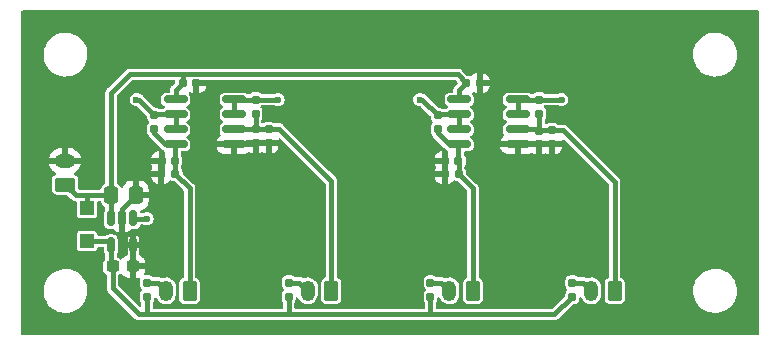
<source format=gbr>
%TF.GenerationSoftware,KiCad,Pcbnew,(5.99.0-12650-g5c402a64ab)*%
%TF.CreationDate,2021-10-10T21:45:12+02:00*%
%TF.ProjectId,mini_light_control,6d696e69-5f6c-4696-9768-745f636f6e74,v1.0*%
%TF.SameCoordinates,Original*%
%TF.FileFunction,Copper,L2,Bot*%
%TF.FilePolarity,Positive*%
%FSLAX46Y46*%
G04 Gerber Fmt 4.6, Leading zero omitted, Abs format (unit mm)*
G04 Created by KiCad (PCBNEW (5.99.0-12650-g5c402a64ab)) date 2021-10-10 21:45:12*
%MOMM*%
%LPD*%
G01*
G04 APERTURE LIST*
G04 Aperture macros list*
%AMRoundRect*
0 Rectangle with rounded corners*
0 $1 Rounding radius*
0 $2 $3 $4 $5 $6 $7 $8 $9 X,Y pos of 4 corners*
0 Add a 4 corners polygon primitive as box body*
4,1,4,$2,$3,$4,$5,$6,$7,$8,$9,$2,$3,0*
0 Add four circle primitives for the rounded corners*
1,1,$1+$1,$2,$3*
1,1,$1+$1,$4,$5*
1,1,$1+$1,$6,$7*
1,1,$1+$1,$8,$9*
0 Add four rect primitives between the rounded corners*
20,1,$1+$1,$2,$3,$4,$5,0*
20,1,$1+$1,$4,$5,$6,$7,0*
20,1,$1+$1,$6,$7,$8,$9,0*
20,1,$1+$1,$8,$9,$2,$3,0*%
G04 Aperture macros list end*
%TA.AperFunction,ComponentPad*%
%ADD10RoundRect,0.250000X0.350000X0.625000X-0.350000X0.625000X-0.350000X-0.625000X0.350000X-0.625000X0*%
%TD*%
%TA.AperFunction,ComponentPad*%
%ADD11O,1.200000X1.750000*%
%TD*%
%TA.AperFunction,ComponentPad*%
%ADD12RoundRect,0.250000X0.625000X-0.350000X0.625000X0.350000X-0.625000X0.350000X-0.625000X-0.350000X0*%
%TD*%
%TA.AperFunction,ComponentPad*%
%ADD13O,1.750000X1.200000*%
%TD*%
%TA.AperFunction,SMDPad,CuDef*%
%ADD14RoundRect,0.150000X0.825000X0.150000X-0.825000X0.150000X-0.825000X-0.150000X0.825000X-0.150000X0*%
%TD*%
%TA.AperFunction,SMDPad,CuDef*%
%ADD15RoundRect,0.160000X0.160000X-0.197500X0.160000X0.197500X-0.160000X0.197500X-0.160000X-0.197500X0*%
%TD*%
%TA.AperFunction,SMDPad,CuDef*%
%ADD16RoundRect,0.160000X-0.160000X0.197500X-0.160000X-0.197500X0.160000X-0.197500X0.160000X0.197500X0*%
%TD*%
%TA.AperFunction,SMDPad,CuDef*%
%ADD17RoundRect,0.160000X-0.197500X-0.160000X0.197500X-0.160000X0.197500X0.160000X-0.197500X0.160000X0*%
%TD*%
%TA.AperFunction,SMDPad,CuDef*%
%ADD18RoundRect,0.155000X-0.155000X0.212500X-0.155000X-0.212500X0.155000X-0.212500X0.155000X0.212500X0*%
%TD*%
%TA.AperFunction,SMDPad,CuDef*%
%ADD19RoundRect,0.155000X-0.212500X-0.155000X0.212500X-0.155000X0.212500X0.155000X-0.212500X0.155000X0*%
%TD*%
%TA.AperFunction,SMDPad,CuDef*%
%ADD20RoundRect,0.155000X0.212500X0.155000X-0.212500X0.155000X-0.212500X-0.155000X0.212500X-0.155000X0*%
%TD*%
%TA.AperFunction,SMDPad,CuDef*%
%ADD21RoundRect,0.237500X-0.300000X-0.237500X0.300000X-0.237500X0.300000X0.237500X-0.300000X0.237500X0*%
%TD*%
%TA.AperFunction,SMDPad,CuDef*%
%ADD22RoundRect,0.150000X-0.150000X0.512500X-0.150000X-0.512500X0.150000X-0.512500X0.150000X0.512500X0*%
%TD*%
%TA.AperFunction,SMDPad,CuDef*%
%ADD23RoundRect,0.250000X-0.337500X-0.475000X0.337500X-0.475000X0.337500X0.475000X-0.337500X0.475000X0*%
%TD*%
%TA.AperFunction,SMDPad,CuDef*%
%ADD24R,1.200000X1.200000*%
%TD*%
%TA.AperFunction,ViaPad*%
%ADD25C,0.600000*%
%TD*%
%TA.AperFunction,Conductor*%
%ADD26C,0.450000*%
%TD*%
G04 APERTURE END LIST*
D10*
%TO.P,J7,1,Pin_1*%
%TO.N,Net-(C10-Pad1)*%
X151000000Y-59000000D03*
D11*
%TO.P,J7,2,Pin_2*%
%TO.N,Net-(J7-Pad2)*%
X149000000Y-59000000D03*
%TD*%
D10*
%TO.P,J3,1,Pin_1*%
%TO.N,Net-(C3-Pad1)*%
X127000000Y-59000000D03*
D11*
%TO.P,J3,2,Pin_2*%
%TO.N,Net-(J3-Pad2)*%
X125000000Y-59000000D03*
%TD*%
D10*
%TO.P,J6,1,Pin_1*%
%TO.N,Net-(C9-Pad1)*%
X139000000Y-59000000D03*
D11*
%TO.P,J6,2,Pin_2*%
%TO.N,Net-(J6-Pad2)*%
X137000000Y-59000000D03*
%TD*%
D10*
%TO.P,J2,1,Pin_1*%
%TO.N,Net-(C2-Pad1)*%
X115000000Y-59000000D03*
D11*
%TO.P,J2,2,Pin_2*%
%TO.N,Net-(J2-Pad2)*%
X113000000Y-59000000D03*
%TD*%
D12*
%TO.P,J1,1,Pin_1*%
%TO.N,+12V*%
X104450000Y-50000000D03*
D13*
%TO.P,J1,2,Pin_2*%
%TO.N,GND*%
X104450000Y-48000000D03*
%TD*%
D14*
%TO.P,U3,1*%
%TO.N,Net-(J9-Pad3)*%
X142775000Y-42795000D03*
%TO.P,U3,2,-*%
X142775000Y-44065000D03*
%TO.P,U3,3,+*%
%TO.N,Net-(C10-Pad1)*%
X142775000Y-45335000D03*
%TO.P,U3,4,V-*%
%TO.N,GND*%
X142775000Y-46605000D03*
%TO.P,U3,5,+*%
%TO.N,Net-(C9-Pad1)*%
X137825000Y-46605000D03*
%TO.P,U3,6,-*%
%TO.N,Net-(J8-Pad3)*%
X137825000Y-45335000D03*
%TO.P,U3,7*%
X137825000Y-44065000D03*
%TO.P,U3,8,V+*%
%TO.N,+12V*%
X137825000Y-42795000D03*
%TD*%
D15*
%TO.P,R4,1*%
%TO.N,GND*%
X121700000Y-46497500D03*
%TO.P,R4,2*%
%TO.N,Net-(C3-Pad1)*%
X121700000Y-45302500D03*
%TD*%
D16*
%TO.P,R1,1*%
%TO.N,Net-(J2-Pad2)*%
X111400000Y-58302500D03*
%TO.P,R1,2*%
%TO.N,+5V*%
X111400000Y-59497500D03*
%TD*%
%TO.P,R7,1*%
%TO.N,Net-(J6-Pad2)*%
X135400000Y-58302500D03*
%TO.P,R7,2*%
%TO.N,+5V*%
X135400000Y-59497500D03*
%TD*%
D17*
%TO.P,R8,1*%
%TO.N,GND*%
X136602500Y-49100000D03*
%TO.P,R8,2*%
%TO.N,Net-(C9-Pad1)*%
X137797500Y-49100000D03*
%TD*%
D15*
%TO.P,R10,1*%
%TO.N,GND*%
X145700000Y-46597500D03*
%TO.P,R10,2*%
%TO.N,Net-(C10-Pad1)*%
X145700000Y-45402500D03*
%TD*%
%TO.P,R6,1*%
%TO.N,Net-(C3-Pad1)*%
X120600000Y-43997500D03*
%TO.P,R6,2*%
%TO.N,Net-(J5-Pad3)*%
X120600000Y-42802500D03*
%TD*%
D18*
%TO.P,C10,1*%
%TO.N,Net-(C10-Pad1)*%
X144600000Y-45432500D03*
%TO.P,C10,2*%
%TO.N,GND*%
X144600000Y-46567500D03*
%TD*%
D19*
%TO.P,C11,1*%
%TO.N,+12V*%
X138432500Y-41400000D03*
%TO.P,C11,2*%
%TO.N,GND*%
X139567500Y-41400000D03*
%TD*%
D20*
%TO.P,C9,1*%
%TO.N,Net-(C9-Pad1)*%
X137767500Y-48000000D03*
%TO.P,C9,2*%
%TO.N,GND*%
X136632500Y-48000000D03*
%TD*%
D21*
%TO.P,C8,1*%
%TO.N,+5V*%
X108487502Y-56937501D03*
%TO.P,C8,2*%
%TO.N,GND*%
X110212502Y-56937501D03*
%TD*%
D18*
%TO.P,C3,1*%
%TO.N,Net-(C3-Pad1)*%
X120600000Y-45332500D03*
%TO.P,C3,2*%
%TO.N,GND*%
X120600000Y-46467500D03*
%TD*%
D15*
%TO.P,R11,1*%
%TO.N,Net-(C9-Pad1)*%
X136000000Y-45297500D03*
%TO.P,R11,2*%
%TO.N,Net-(J8-Pad3)*%
X136000000Y-44102500D03*
%TD*%
D19*
%TO.P,C4,1*%
%TO.N,+12V*%
X114432500Y-41400000D03*
%TO.P,C4,2*%
%TO.N,GND*%
X115567500Y-41400000D03*
%TD*%
D14*
%TO.P,U1,1*%
%TO.N,Net-(J5-Pad3)*%
X118775000Y-42795000D03*
%TO.P,U1,2,-*%
X118775000Y-44065000D03*
%TO.P,U1,3,+*%
%TO.N,Net-(C3-Pad1)*%
X118775000Y-45335000D03*
%TO.P,U1,4,V-*%
%TO.N,GND*%
X118775000Y-46605000D03*
%TO.P,U1,5,+*%
%TO.N,Net-(C2-Pad1)*%
X113825000Y-46605000D03*
%TO.P,U1,6,-*%
%TO.N,Net-(J4-Pad3)*%
X113825000Y-45335000D03*
%TO.P,U1,7*%
X113825000Y-44065000D03*
%TO.P,U1,8,V+*%
%TO.N,+12V*%
X113825000Y-42795000D03*
%TD*%
D15*
%TO.P,R12,1*%
%TO.N,Net-(C10-Pad1)*%
X144600000Y-43997500D03*
%TO.P,R12,2*%
%TO.N,Net-(J9-Pad3)*%
X144600000Y-42802500D03*
%TD*%
D17*
%TO.P,R2,1*%
%TO.N,GND*%
X112602500Y-49100000D03*
%TO.P,R2,2*%
%TO.N,Net-(C2-Pad1)*%
X113797500Y-49100000D03*
%TD*%
D16*
%TO.P,R3,1*%
%TO.N,Net-(J3-Pad2)*%
X123400000Y-58302500D03*
%TO.P,R3,2*%
%TO.N,+5V*%
X123400000Y-59497500D03*
%TD*%
%TO.P,R9,1*%
%TO.N,Net-(J7-Pad2)*%
X147400000Y-58302500D03*
%TO.P,R9,2*%
%TO.N,+5V*%
X147400000Y-59497500D03*
%TD*%
D22*
%TO.P,U2,1,IN*%
%TO.N,+12V*%
X108350000Y-52862500D03*
%TO.P,U2,2,GND*%
%TO.N,GND*%
X109300000Y-52862500D03*
%TO.P,U2,3,EN*%
%TO.N,+12V*%
X110250000Y-52862500D03*
%TO.P,U2,4,NC*%
%TO.N,GND*%
X110250000Y-55137500D03*
%TO.P,U2,5,OUT*%
%TO.N,+5V*%
X108350000Y-55137500D03*
%TD*%
D20*
%TO.P,C2,1*%
%TO.N,Net-(C2-Pad1)*%
X113767500Y-48000000D03*
%TO.P,C2,2*%
%TO.N,GND*%
X112632500Y-48000000D03*
%TD*%
D23*
%TO.P,C5,1*%
%TO.N,+12V*%
X108362500Y-50900000D03*
%TO.P,C5,2*%
%TO.N,GND*%
X110437500Y-50900000D03*
%TD*%
D24*
%TO.P,D1,1,K*%
%TO.N,+12V*%
X106300000Y-52000000D03*
%TO.P,D1,2,A*%
%TO.N,+5V*%
X106300000Y-54800000D03*
%TD*%
D15*
%TO.P,R5,1*%
%TO.N,Net-(C2-Pad1)*%
X112000000Y-45297500D03*
%TO.P,R5,2*%
%TO.N,Net-(J4-Pad3)*%
X112000000Y-44102500D03*
%TD*%
D25*
%TO.N,GND*%
X144475000Y-58875000D03*
X126475000Y-38875000D03*
X116475000Y-56875000D03*
X126475000Y-36875000D03*
X116475000Y-38875000D03*
X138200000Y-50900000D03*
X122100000Y-44000000D03*
X158475000Y-42875000D03*
X114100000Y-50900000D03*
X154475000Y-56875000D03*
X126000000Y-47200000D03*
X108475000Y-60875000D03*
X106475000Y-44875000D03*
X124400000Y-45600000D03*
X106475000Y-36875000D03*
X136475000Y-36875000D03*
X160475000Y-52875000D03*
X110475000Y-58875000D03*
X116475000Y-36875000D03*
X106475000Y-60875000D03*
X138475000Y-38875000D03*
X102475000Y-46875000D03*
X162475000Y-58875000D03*
X154475000Y-60875000D03*
X122475000Y-50875000D03*
X158475000Y-48875000D03*
X106475000Y-56875000D03*
X150200000Y-50900000D03*
X102475000Y-44875000D03*
X156475000Y-40875000D03*
X150000000Y-47200000D03*
X162475000Y-38875000D03*
X122900000Y-46900000D03*
X134475000Y-56875000D03*
X120475000Y-56875000D03*
X110475000Y-46875000D03*
X114475000Y-36875000D03*
X128475000Y-36875000D03*
X146900000Y-47000000D03*
X150000000Y-45500000D03*
X152475000Y-58875000D03*
X112475000Y-56875000D03*
X112475000Y-36875000D03*
X128475000Y-58875000D03*
X146475000Y-40875000D03*
X158475000Y-52875000D03*
X144475000Y-40875000D03*
X156475000Y-56875000D03*
X162475000Y-56875000D03*
X160475000Y-54875000D03*
X134475000Y-46875000D03*
X134475000Y-44875000D03*
X142475000Y-56875000D03*
X154475000Y-58875000D03*
X112475000Y-38875000D03*
X160475000Y-50875000D03*
X162475000Y-52875000D03*
X160475000Y-46875000D03*
X136475000Y-56875000D03*
X118475000Y-56875000D03*
X102475000Y-40875000D03*
X158475000Y-46875000D03*
X134475000Y-50875000D03*
X156475000Y-36875000D03*
X148475000Y-36875000D03*
X158475000Y-36875000D03*
X114475000Y-38875000D03*
X152475000Y-38875000D03*
X126000000Y-45600000D03*
X102475000Y-56875000D03*
X162475000Y-36875000D03*
X119700000Y-41600000D03*
X122100000Y-41600000D03*
X118475000Y-58875000D03*
X150475000Y-36875000D03*
X106475000Y-40875000D03*
X160475000Y-48875000D03*
X158475000Y-54875000D03*
X148475000Y-60875000D03*
X138475000Y-36875000D03*
X102475000Y-42875000D03*
X106475000Y-42875000D03*
X156475000Y-42875000D03*
X132475000Y-42875000D03*
X158475000Y-50875000D03*
X140475000Y-58875000D03*
X124475000Y-36875000D03*
X122475000Y-58875000D03*
X124475000Y-56875000D03*
X144475000Y-56875000D03*
X156475000Y-38875000D03*
X110600000Y-41700000D03*
X102475000Y-36875000D03*
X136475000Y-38875000D03*
X122475000Y-56875000D03*
X128475000Y-38875000D03*
X140475000Y-56875000D03*
X160475000Y-42875000D03*
X132475000Y-58875000D03*
X136475000Y-50875000D03*
X142475000Y-58875000D03*
X124475000Y-50875000D03*
X102475000Y-60875000D03*
X162475000Y-60875000D03*
X156475000Y-58875000D03*
X134475000Y-58875000D03*
X162475000Y-40875000D03*
X130475000Y-58875000D03*
X152475000Y-60875000D03*
X146475000Y-50875000D03*
X134400000Y-41600000D03*
X106475000Y-46875000D03*
X104475000Y-42875000D03*
X158475000Y-56875000D03*
X146475000Y-56875000D03*
X152475000Y-36875000D03*
X162475000Y-42875000D03*
X104500000Y-44900000D03*
X130475000Y-56875000D03*
X140475000Y-38875000D03*
X148475000Y-38875000D03*
X150475000Y-60875000D03*
X148475000Y-50875000D03*
X146200000Y-44000000D03*
X112475000Y-50875000D03*
X148400000Y-45500000D03*
X109500000Y-49000000D03*
X162475000Y-50875000D03*
X116475000Y-58875000D03*
X140475000Y-36875000D03*
X124475000Y-38875000D03*
X162475000Y-46875000D03*
X110475000Y-44875000D03*
X162475000Y-48875000D03*
X148475000Y-56875000D03*
X150475000Y-38875000D03*
X152475000Y-56875000D03*
X126200000Y-50900000D03*
X160475000Y-36875000D03*
X132475000Y-56875000D03*
X120475000Y-58875000D03*
X162475000Y-54875000D03*
X160475000Y-44875000D03*
X156475000Y-60875000D03*
X158475000Y-44875000D03*
X128475000Y-56875000D03*
X160475000Y-56875000D03*
X162475000Y-44875000D03*
X132500000Y-41700000D03*
%TO.N,+12V*%
X111400000Y-52900000D03*
%TO.N,Net-(J4-Pad3)*%
X110500000Y-42800000D03*
%TO.N,Net-(J5-Pad3)*%
X122500000Y-42800000D03*
%TO.N,Net-(J8-Pad3)*%
X134500000Y-42800000D03*
%TO.N,Net-(J9-Pad3)*%
X146500000Y-42800000D03*
%TD*%
D26*
%TO.N,GND*%
X109300000Y-52900000D02*
X109300000Y-52037500D01*
X109300000Y-52037500D02*
X110437500Y-50900000D01*
%TO.N,Net-(C2-Pad1)*%
X113767500Y-48000000D02*
X113767500Y-46662500D01*
X112000000Y-45297500D02*
X112000000Y-45654999D01*
X112950001Y-46605000D02*
X113825000Y-46605000D01*
X115000000Y-50302500D02*
X113797500Y-49100000D01*
X115000000Y-59000000D02*
X115000000Y-50302500D01*
X112000000Y-45654999D02*
X112950001Y-46605000D01*
X113797500Y-49100000D02*
X113797500Y-48030000D01*
%TO.N,Net-(C3-Pad1)*%
X122597500Y-45302500D02*
X121700000Y-45302500D01*
X120600000Y-43997500D02*
X120600000Y-45332500D01*
X122600000Y-45300000D02*
X122597500Y-45302500D01*
X127000000Y-49700000D02*
X122600000Y-45300000D01*
X121700000Y-45302500D02*
X120630000Y-45302500D01*
X127000000Y-59000000D02*
X127000000Y-49700000D01*
X118775000Y-45335000D02*
X120597500Y-45335000D01*
%TO.N,Net-(C9-Pad1)*%
X136000000Y-45297500D02*
X136000000Y-45654999D01*
X137797500Y-49100000D02*
X137797500Y-48030000D01*
X137767500Y-48000000D02*
X137767500Y-46662500D01*
X139000000Y-50302500D02*
X137797500Y-49100000D01*
X136950001Y-46605000D02*
X137825000Y-46605000D01*
X136000000Y-45654999D02*
X136950001Y-46605000D01*
X139000000Y-59000000D02*
X139000000Y-50302500D01*
%TO.N,Net-(C10-Pad1)*%
X145700000Y-45402500D02*
X144630000Y-45402500D01*
X144502500Y-45335000D02*
X144600000Y-45432500D01*
X146600000Y-45400000D02*
X146597500Y-45402500D01*
X151000000Y-59000000D02*
X151000000Y-49800000D01*
X142775000Y-45335000D02*
X144502500Y-45335000D01*
X151000000Y-49800000D02*
X146600000Y-45400000D01*
X144600000Y-43997500D02*
X144600000Y-45432500D01*
X146597500Y-45402500D02*
X145700000Y-45402500D01*
%TO.N,+12V*%
X137825000Y-42795000D02*
X137825000Y-42007500D01*
X114465480Y-40665480D02*
X109934520Y-40665480D01*
X114432500Y-41400000D02*
X114432500Y-40698460D01*
X137697980Y-40665480D02*
X114465480Y-40665480D01*
X137825000Y-42007500D02*
X138432500Y-41400000D01*
X108350000Y-50912500D02*
X108362500Y-50900000D01*
X106300000Y-52000000D02*
X106300000Y-50900000D01*
X110300000Y-52900000D02*
X111400000Y-52900000D01*
X106300000Y-50900000D02*
X105350000Y-50900000D01*
X108362500Y-42237500D02*
X108362500Y-50900000D01*
X109934520Y-40665480D02*
X108362500Y-42237500D01*
X108362500Y-50900000D02*
X106300000Y-50900000D01*
X114432500Y-40698460D02*
X114465480Y-40665480D01*
X108350000Y-52862500D02*
X108350000Y-50912500D01*
X138432500Y-41400000D02*
X137697980Y-40665480D01*
X105350000Y-50900000D02*
X104450000Y-50000000D01*
X113825000Y-42007500D02*
X114432500Y-41400000D01*
X113825000Y-42795000D02*
X113825000Y-42007500D01*
%TO.N,Net-(J2-Pad2)*%
X111400000Y-58302500D02*
X112302500Y-58302500D01*
X112302500Y-58302500D02*
X113000000Y-59000000D01*
%TO.N,Net-(J3-Pad2)*%
X123400000Y-58302500D02*
X124302500Y-58302500D01*
X124302500Y-58302500D02*
X125000000Y-59000000D01*
%TO.N,Net-(J4-Pad3)*%
X113825000Y-45335000D02*
X113825000Y-44065000D01*
X113825000Y-44065000D02*
X112037500Y-44065000D01*
X110697500Y-42800000D02*
X112000000Y-44102500D01*
X110500000Y-42800000D02*
X110697500Y-42800000D01*
%TO.N,Net-(J5-Pad3)*%
X118775000Y-42795000D02*
X118775000Y-44065000D01*
X122500000Y-42800000D02*
X120602500Y-42800000D01*
X120600000Y-42802500D02*
X118782500Y-42802500D01*
%TO.N,Net-(J6-Pad2)*%
X136302500Y-58302500D02*
X137000000Y-59000000D01*
X135400000Y-58302500D02*
X136302500Y-58302500D01*
%TO.N,Net-(J7-Pad2)*%
X147400000Y-58302500D02*
X148302500Y-58302500D01*
X148302500Y-58302500D02*
X149000000Y-59000000D01*
%TO.N,Net-(J8-Pad3)*%
X134500000Y-42800000D02*
X134697500Y-42800000D01*
X134697500Y-42800000D02*
X136000000Y-44102500D01*
X137825000Y-44065000D02*
X136037500Y-44065000D01*
X137825000Y-44065000D02*
X137825000Y-45335000D01*
%TO.N,Net-(J9-Pad3)*%
X142775000Y-42795000D02*
X142775000Y-44065000D01*
X146500000Y-42800000D02*
X144602500Y-42800000D01*
X144600000Y-42802500D02*
X142782500Y-42802500D01*
%TO.N,+5V*%
X111400000Y-61000000D02*
X110700000Y-61000000D01*
X123400000Y-59497500D02*
X123400000Y-61000000D01*
X111400000Y-59497500D02*
X111400000Y-61000000D01*
X110700000Y-61000000D02*
X108487502Y-58787502D01*
X145897500Y-61000000D02*
X147400000Y-59497500D01*
X135300000Y-61000000D02*
X145897500Y-61000000D01*
X108487502Y-58787502D02*
X108487502Y-56937501D01*
X111400000Y-61000000D02*
X123400000Y-61000000D01*
X108350000Y-55175000D02*
X108350000Y-56799999D01*
X108350000Y-56799999D02*
X108487502Y-56937501D01*
X106300000Y-54800000D02*
X107975000Y-54800000D01*
X123400000Y-61000000D02*
X135300000Y-61000000D01*
X135400000Y-59497500D02*
X135400000Y-60900000D01*
X107975000Y-54800000D02*
X108350000Y-55175000D01*
X135400000Y-60900000D02*
X135300000Y-61000000D01*
%TD*%
%TA.AperFunction,Conductor*%
%TO.N,GND*%
G36*
X163188121Y-35274002D02*
G01*
X163234614Y-35327658D01*
X163246000Y-35380000D01*
X163246000Y-62620000D01*
X163225998Y-62688121D01*
X163172342Y-62734614D01*
X163120000Y-62746000D01*
X100880000Y-62746000D01*
X100811879Y-62725998D01*
X100765386Y-62672342D01*
X100754000Y-62620000D01*
X100754000Y-58941600D01*
X102641680Y-58941600D01*
X102643975Y-59000000D01*
X102650667Y-59170316D01*
X102651991Y-59204022D01*
X102699174Y-59462373D01*
X102782289Y-59711499D01*
X102789833Y-59726597D01*
X102893170Y-59933406D01*
X102899677Y-59946429D01*
X103048995Y-60162474D01*
X103052011Y-60165736D01*
X103052016Y-60165743D01*
X103224249Y-60352063D01*
X103224254Y-60352067D01*
X103227265Y-60355325D01*
X103430929Y-60521134D01*
X103434747Y-60523433D01*
X103434749Y-60523434D01*
X103586827Y-60614992D01*
X103655924Y-60656592D01*
X103768947Y-60704451D01*
X103893663Y-60757262D01*
X103893666Y-60757263D01*
X103897761Y-60758997D01*
X103902053Y-60760135D01*
X103902056Y-60760136D01*
X104147317Y-60825166D01*
X104147321Y-60825167D01*
X104151614Y-60826305D01*
X104156023Y-60826827D01*
X104156029Y-60826828D01*
X104326509Y-60847005D01*
X104412418Y-60857173D01*
X104674970Y-60850986D01*
X104755543Y-60837575D01*
X104929640Y-60808597D01*
X104929644Y-60808596D01*
X104934030Y-60807866D01*
X104938271Y-60806525D01*
X104938274Y-60806524D01*
X105180185Y-60730018D01*
X105180187Y-60730017D01*
X105184431Y-60728675D01*
X105188442Y-60726749D01*
X105188447Y-60726747D01*
X105417156Y-60616922D01*
X105417157Y-60616921D01*
X105421175Y-60614992D01*
X105530984Y-60541620D01*
X105635831Y-60471563D01*
X105635835Y-60471560D01*
X105639539Y-60469085D01*
X105642856Y-60466114D01*
X105642860Y-60466111D01*
X105831849Y-60296839D01*
X105831850Y-60296838D01*
X105835167Y-60293867D01*
X106004154Y-60092832D01*
X106143130Y-59869992D01*
X106146518Y-59862330D01*
X106247522Y-59633861D01*
X106249320Y-59629794D01*
X106320607Y-59377030D01*
X106343845Y-59204022D01*
X106355141Y-59119924D01*
X106355142Y-59119916D01*
X106355568Y-59116742D01*
X106355669Y-59113531D01*
X106359136Y-59003222D01*
X106359136Y-59003217D01*
X106359237Y-59000000D01*
X106340689Y-58738031D01*
X106339165Y-58730949D01*
X106286350Y-58485636D01*
X106286350Y-58485634D01*
X106285414Y-58481289D01*
X106194515Y-58234897D01*
X106142578Y-58138640D01*
X106071919Y-58007687D01*
X106069806Y-58003771D01*
X105913775Y-57792522D01*
X105907449Y-57786095D01*
X105814105Y-57691275D01*
X105729535Y-57605366D01*
X105520764Y-57446036D01*
X105461217Y-57412688D01*
X105295516Y-57319891D01*
X105295515Y-57319891D01*
X105291625Y-57317712D01*
X105287466Y-57316103D01*
X105050846Y-57224561D01*
X105050840Y-57224559D01*
X105046691Y-57222954D01*
X105042359Y-57221950D01*
X105042356Y-57221949D01*
X104910993Y-57191501D01*
X104790849Y-57163653D01*
X104529204Y-57140992D01*
X104524769Y-57141236D01*
X104524765Y-57141236D01*
X104271419Y-57155179D01*
X104271412Y-57155180D01*
X104266976Y-57155424D01*
X104009397Y-57206659D01*
X103761608Y-57293677D01*
X103757657Y-57295730D01*
X103757651Y-57295732D01*
X103532501Y-57412688D01*
X103528551Y-57414740D01*
X103524936Y-57417323D01*
X103524930Y-57417327D01*
X103401748Y-57505355D01*
X103314878Y-57567433D01*
X103124851Y-57748710D01*
X103122095Y-57752206D01*
X103122094Y-57752207D01*
X103022667Y-57878329D01*
X102962261Y-57954954D01*
X102923448Y-58021776D01*
X102832588Y-58178202D01*
X102832585Y-58178208D01*
X102830354Y-58182049D01*
X102828684Y-58186172D01*
X102758840Y-58358610D01*
X102731761Y-58425464D01*
X102730690Y-58429777D01*
X102730688Y-58429782D01*
X102704810Y-58533960D01*
X102668448Y-58680343D01*
X102641680Y-58941600D01*
X100754000Y-58941600D01*
X100754000Y-54174933D01*
X105445500Y-54174933D01*
X105445501Y-55425066D01*
X105460266Y-55499301D01*
X105516516Y-55583484D01*
X105600699Y-55639734D01*
X105674933Y-55654500D01*
X106299898Y-55654500D01*
X106925066Y-55654499D01*
X106960818Y-55647388D01*
X106987126Y-55642156D01*
X106987128Y-55642155D01*
X106999301Y-55639734D01*
X107009621Y-55632839D01*
X107009622Y-55632838D01*
X107073168Y-55590377D01*
X107083484Y-55583484D01*
X107139734Y-55499301D01*
X107154500Y-55425067D01*
X107154500Y-55405500D01*
X107174502Y-55337379D01*
X107228158Y-55290886D01*
X107280500Y-55279500D01*
X107669500Y-55279500D01*
X107737621Y-55299502D01*
X107784114Y-55353158D01*
X107795500Y-55405500D01*
X107795500Y-55681834D01*
X107810502Y-55776555D01*
X107856767Y-55867354D01*
X107870500Y-55924557D01*
X107870500Y-56263664D01*
X107850498Y-56331785D01*
X107838497Y-56346677D01*
X107836028Y-56348527D01*
X107751509Y-56461302D01*
X107702038Y-56593265D01*
X107695502Y-56653431D01*
X107695502Y-57221571D01*
X107702038Y-57281737D01*
X107751509Y-57413700D01*
X107836028Y-57526475D01*
X107943498Y-57607018D01*
X107948803Y-57610994D01*
X107948199Y-57611799D01*
X107992659Y-57656360D01*
X108008002Y-57716619D01*
X108008002Y-58719682D01*
X108006748Y-58730902D01*
X108007333Y-58730949D01*
X108006613Y-58739894D01*
X108004632Y-58748651D01*
X108005188Y-58757611D01*
X108007760Y-58799075D01*
X108008002Y-58806876D01*
X108008002Y-58821933D01*
X108008636Y-58826359D01*
X108009360Y-58831410D01*
X108010391Y-58841477D01*
X108013136Y-58885738D01*
X108016186Y-58894187D01*
X108017398Y-58900037D01*
X108019596Y-58908854D01*
X108021271Y-58914581D01*
X108022543Y-58923466D01*
X108040906Y-58963852D01*
X108044712Y-58973204D01*
X108056725Y-59006482D01*
X108056727Y-59006486D01*
X108059775Y-59014929D01*
X108065074Y-59022182D01*
X108067865Y-59027431D01*
X108072470Y-59035313D01*
X108075676Y-59040327D01*
X108079392Y-59048499D01*
X108085251Y-59055299D01*
X108085252Y-59055300D01*
X108096597Y-59068466D01*
X108106007Y-59079386D01*
X108108340Y-59082094D01*
X108114628Y-59090013D01*
X108122029Y-59100144D01*
X108132185Y-59110300D01*
X108138542Y-59117146D01*
X108169049Y-59152551D01*
X108176576Y-59157430D01*
X108183346Y-59163336D01*
X108183287Y-59163403D01*
X108193768Y-59171883D01*
X110312981Y-61291096D01*
X110320032Y-61299921D01*
X110320479Y-61299541D01*
X110326297Y-61306377D01*
X110331087Y-61313969D01*
X110337816Y-61319912D01*
X110368973Y-61347429D01*
X110374660Y-61352775D01*
X110385289Y-61363404D01*
X110388867Y-61366086D01*
X110388870Y-61366088D01*
X110392943Y-61369140D01*
X110400787Y-61375526D01*
X110434036Y-61404891D01*
X110442159Y-61408705D01*
X110447131Y-61411971D01*
X110454954Y-61416671D01*
X110460183Y-61419534D01*
X110467366Y-61424917D01*
X110475771Y-61428068D01*
X110475773Y-61428069D01*
X110508886Y-61440482D01*
X110518191Y-61444402D01*
X110558366Y-61463264D01*
X110567238Y-61464645D01*
X110572942Y-61466389D01*
X110581737Y-61468696D01*
X110587570Y-61469979D01*
X110595976Y-61473130D01*
X110604926Y-61473795D01*
X110604930Y-61473796D01*
X110637400Y-61476209D01*
X110640204Y-61476417D01*
X110650241Y-61477569D01*
X110653920Y-61478142D01*
X110657837Y-61478752D01*
X110657839Y-61478752D01*
X110662643Y-61479500D01*
X110677011Y-61479500D01*
X110686349Y-61479846D01*
X110732949Y-61483309D01*
X110741725Y-61481436D01*
X110750682Y-61480825D01*
X110750688Y-61480915D01*
X110764092Y-61479500D01*
X111391799Y-61479500D01*
X111392570Y-61479502D01*
X111465745Y-61479949D01*
X111467027Y-61479583D01*
X111468238Y-61479500D01*
X123391799Y-61479500D01*
X123392570Y-61479502D01*
X123465745Y-61479949D01*
X123467027Y-61479583D01*
X123468238Y-61479500D01*
X135232180Y-61479500D01*
X135243400Y-61480754D01*
X135243447Y-61480169D01*
X135252392Y-61480889D01*
X135261149Y-61482870D01*
X135311573Y-61479742D01*
X135319374Y-61479500D01*
X145829680Y-61479500D01*
X145840900Y-61480754D01*
X145840947Y-61480169D01*
X145849892Y-61480889D01*
X145858649Y-61482870D01*
X145909073Y-61479742D01*
X145916874Y-61479500D01*
X145931931Y-61479500D01*
X145941418Y-61478141D01*
X145951475Y-61477111D01*
X145995736Y-61474366D01*
X146004185Y-61471316D01*
X146010035Y-61470104D01*
X146018852Y-61467906D01*
X146024579Y-61466231D01*
X146033464Y-61464959D01*
X146073850Y-61446596D01*
X146083202Y-61442790D01*
X146116480Y-61430777D01*
X146116484Y-61430775D01*
X146124927Y-61427727D01*
X146132180Y-61422428D01*
X146137429Y-61419637D01*
X146145311Y-61415032D01*
X146150325Y-61411826D01*
X146158497Y-61408110D01*
X146192093Y-61379161D01*
X146200011Y-61372874D01*
X146202976Y-61370708D01*
X146206207Y-61368348D01*
X146206211Y-61368345D01*
X146210142Y-61365473D01*
X146220298Y-61355317D01*
X146227145Y-61348959D01*
X146255752Y-61324310D01*
X146255753Y-61324309D01*
X146262549Y-61318453D01*
X146267428Y-61310926D01*
X146273334Y-61304156D01*
X146273401Y-61304215D01*
X146281881Y-61293734D01*
X147429211Y-60146404D01*
X147491523Y-60112378D01*
X147518306Y-60109499D01*
X147592622Y-60109499D01*
X147634441Y-60102876D01*
X147679886Y-60095679D01*
X147679888Y-60095678D01*
X147689684Y-60094127D01*
X147699639Y-60089055D01*
X147797842Y-60039018D01*
X147806674Y-60034518D01*
X147899518Y-59941674D01*
X147959127Y-59824684D01*
X147974500Y-59727623D01*
X147974500Y-59676133D01*
X147994502Y-59608012D01*
X148048158Y-59561519D01*
X148118432Y-59551415D01*
X148183012Y-59580909D01*
X148214879Y-59623279D01*
X148217552Y-59629064D01*
X148219730Y-59635535D01*
X148315351Y-59794677D01*
X148320039Y-59799634D01*
X148320041Y-59799637D01*
X148438227Y-59924614D01*
X148442916Y-59929572D01*
X148596471Y-60033928D01*
X148602805Y-60036461D01*
X148602808Y-60036463D01*
X148762516Y-60100342D01*
X148762521Y-60100343D01*
X148768853Y-60102876D01*
X148775580Y-60103990D01*
X148775585Y-60103991D01*
X148945282Y-60132084D01*
X148945285Y-60132084D01*
X148952019Y-60133199D01*
X148958836Y-60132842D01*
X148958840Y-60132842D01*
X149109920Y-60124923D01*
X149137424Y-60123482D01*
X149143996Y-60121672D01*
X149144001Y-60121671D01*
X149309835Y-60075992D01*
X149316417Y-60074179D01*
X149480648Y-59987590D01*
X149622454Y-59867755D01*
X149626602Y-59862330D01*
X149731075Y-59725685D01*
X149731077Y-59725681D01*
X149735219Y-59720264D01*
X149739306Y-59711499D01*
X149810802Y-59558177D01*
X149810803Y-59558174D01*
X149813682Y-59552000D01*
X149854182Y-59370812D01*
X149854500Y-59365124D01*
X149854500Y-58678615D01*
X149839488Y-58540427D01*
X149780270Y-58364465D01*
X149684649Y-58205323D01*
X149621590Y-58138640D01*
X149561773Y-58075386D01*
X149561771Y-58075384D01*
X149557084Y-58070428D01*
X149403529Y-57966072D01*
X149397195Y-57963539D01*
X149397192Y-57963537D01*
X149237484Y-57899658D01*
X149237479Y-57899657D01*
X149231147Y-57897124D01*
X149224420Y-57896010D01*
X149224415Y-57896009D01*
X149054718Y-57867916D01*
X149054715Y-57867916D01*
X149047981Y-57866801D01*
X149041164Y-57867158D01*
X149041160Y-57867158D01*
X148890080Y-57875077D01*
X148862576Y-57876518D01*
X148856004Y-57878328D01*
X148855999Y-57878329D01*
X148685932Y-57925174D01*
X148614946Y-57923980D01*
X148583973Y-57906532D01*
X148582694Y-57908479D01*
X148575193Y-57903552D01*
X148568464Y-57897609D01*
X148560336Y-57893793D01*
X148555358Y-57890523D01*
X148547535Y-57885822D01*
X148542316Y-57882965D01*
X148535135Y-57877583D01*
X148493600Y-57862012D01*
X148484299Y-57858093D01*
X148444134Y-57839236D01*
X148435267Y-57837855D01*
X148429591Y-57836120D01*
X148420714Y-57833792D01*
X148414928Y-57832520D01*
X148406525Y-57829370D01*
X148383576Y-57827664D01*
X148362300Y-57826083D01*
X148352263Y-57824932D01*
X148339857Y-57823000D01*
X148325490Y-57823000D01*
X148316152Y-57822654D01*
X148301767Y-57821585D01*
X148269552Y-57819191D01*
X148260776Y-57821064D01*
X148251819Y-57821675D01*
X148251813Y-57821585D01*
X148238409Y-57823000D01*
X147916382Y-57823000D01*
X147848261Y-57802998D01*
X147827287Y-57786095D01*
X147806674Y-57765482D01*
X147689684Y-57705873D01*
X147679895Y-57704322D01*
X147679893Y-57704322D01*
X147652120Y-57699923D01*
X147592623Y-57690500D01*
X147400039Y-57690500D01*
X147207378Y-57690501D01*
X147183012Y-57694360D01*
X147120114Y-57704321D01*
X147120112Y-57704322D01*
X147110316Y-57705873D01*
X147101479Y-57710376D01*
X147101478Y-57710376D01*
X147040776Y-57741305D01*
X146993326Y-57765482D01*
X146900482Y-57858326D01*
X146840873Y-57975316D01*
X146825500Y-58072377D01*
X146825501Y-58532622D01*
X146840873Y-58629684D01*
X146900482Y-58746674D01*
X146964713Y-58810905D01*
X146998739Y-58873217D01*
X146993674Y-58944032D01*
X146964713Y-58989095D01*
X146900482Y-59053326D01*
X146840873Y-59170316D01*
X146825500Y-59267377D01*
X146825500Y-59341695D01*
X146805498Y-59409816D01*
X146788595Y-59430790D01*
X145735790Y-60483595D01*
X145673478Y-60517621D01*
X145646695Y-60520500D01*
X136005500Y-60520500D01*
X135937379Y-60500498D01*
X135890886Y-60446842D01*
X135879500Y-60394500D01*
X135879500Y-60007527D01*
X135898553Y-59942639D01*
X135899518Y-59941674D01*
X135959127Y-59824684D01*
X135974500Y-59727623D01*
X135974500Y-59676133D01*
X135994502Y-59608012D01*
X136048158Y-59561519D01*
X136118432Y-59551415D01*
X136183012Y-59580909D01*
X136214879Y-59623279D01*
X136217552Y-59629064D01*
X136219730Y-59635535D01*
X136315351Y-59794677D01*
X136320039Y-59799634D01*
X136320041Y-59799637D01*
X136438227Y-59924614D01*
X136442916Y-59929572D01*
X136596471Y-60033928D01*
X136602805Y-60036461D01*
X136602808Y-60036463D01*
X136762516Y-60100342D01*
X136762521Y-60100343D01*
X136768853Y-60102876D01*
X136775580Y-60103990D01*
X136775585Y-60103991D01*
X136945282Y-60132084D01*
X136945285Y-60132084D01*
X136952019Y-60133199D01*
X136958836Y-60132842D01*
X136958840Y-60132842D01*
X137109920Y-60124923D01*
X137137424Y-60123482D01*
X137143996Y-60121672D01*
X137144001Y-60121671D01*
X137309835Y-60075992D01*
X137316417Y-60074179D01*
X137480648Y-59987590D01*
X137622454Y-59867755D01*
X137626602Y-59862330D01*
X137731075Y-59725685D01*
X137731077Y-59725681D01*
X137735219Y-59720264D01*
X137739306Y-59711499D01*
X137810802Y-59558177D01*
X137810803Y-59558174D01*
X137813682Y-59552000D01*
X137854182Y-59370812D01*
X137854500Y-59365124D01*
X137854500Y-58678615D01*
X137839488Y-58540427D01*
X137780270Y-58364465D01*
X137684649Y-58205323D01*
X137621590Y-58138640D01*
X137561773Y-58075386D01*
X137561771Y-58075384D01*
X137557084Y-58070428D01*
X137403529Y-57966072D01*
X137397195Y-57963539D01*
X137397192Y-57963537D01*
X137237484Y-57899658D01*
X137237479Y-57899657D01*
X137231147Y-57897124D01*
X137224420Y-57896010D01*
X137224415Y-57896009D01*
X137054718Y-57867916D01*
X137054715Y-57867916D01*
X137047981Y-57866801D01*
X137041164Y-57867158D01*
X137041160Y-57867158D01*
X136890080Y-57875077D01*
X136862576Y-57876518D01*
X136856004Y-57878328D01*
X136855999Y-57878329D01*
X136685932Y-57925174D01*
X136614946Y-57923980D01*
X136583973Y-57906532D01*
X136582694Y-57908479D01*
X136575193Y-57903552D01*
X136568464Y-57897609D01*
X136560336Y-57893793D01*
X136555358Y-57890523D01*
X136547535Y-57885822D01*
X136542316Y-57882965D01*
X136535135Y-57877583D01*
X136493600Y-57862012D01*
X136484299Y-57858093D01*
X136444134Y-57839236D01*
X136435267Y-57837855D01*
X136429591Y-57836120D01*
X136420714Y-57833792D01*
X136414928Y-57832520D01*
X136406525Y-57829370D01*
X136383576Y-57827664D01*
X136362300Y-57826083D01*
X136352263Y-57824932D01*
X136339857Y-57823000D01*
X136325490Y-57823000D01*
X136316152Y-57822654D01*
X136301767Y-57821585D01*
X136269552Y-57819191D01*
X136260776Y-57821064D01*
X136251819Y-57821675D01*
X136251813Y-57821585D01*
X136238409Y-57823000D01*
X135916382Y-57823000D01*
X135848261Y-57802998D01*
X135827287Y-57786095D01*
X135806674Y-57765482D01*
X135689684Y-57705873D01*
X135679895Y-57704322D01*
X135679893Y-57704322D01*
X135652120Y-57699923D01*
X135592623Y-57690500D01*
X135400039Y-57690500D01*
X135207378Y-57690501D01*
X135183012Y-57694360D01*
X135120114Y-57704321D01*
X135120112Y-57704322D01*
X135110316Y-57705873D01*
X135101479Y-57710376D01*
X135101478Y-57710376D01*
X135040776Y-57741305D01*
X134993326Y-57765482D01*
X134900482Y-57858326D01*
X134840873Y-57975316D01*
X134825500Y-58072377D01*
X134825501Y-58532622D01*
X134840873Y-58629684D01*
X134900482Y-58746674D01*
X134964713Y-58810905D01*
X134998739Y-58873217D01*
X134993674Y-58944032D01*
X134964713Y-58989095D01*
X134900482Y-59053326D01*
X134840873Y-59170316D01*
X134825500Y-59267377D01*
X134825501Y-59727622D01*
X134840873Y-59824684D01*
X134896750Y-59934350D01*
X134896751Y-59934352D01*
X134900482Y-59941674D01*
X134899536Y-59942156D01*
X134920294Y-60000330D01*
X134920500Y-60007527D01*
X134920500Y-60394500D01*
X134900498Y-60462621D01*
X134846842Y-60509114D01*
X134794500Y-60520500D01*
X124005500Y-60520500D01*
X123937379Y-60500498D01*
X123890886Y-60446842D01*
X123879500Y-60394500D01*
X123879500Y-60007527D01*
X123898553Y-59942639D01*
X123899518Y-59941674D01*
X123959127Y-59824684D01*
X123974500Y-59727623D01*
X123974500Y-59676133D01*
X123994502Y-59608012D01*
X124048158Y-59561519D01*
X124118432Y-59551415D01*
X124183012Y-59580909D01*
X124214879Y-59623279D01*
X124217552Y-59629064D01*
X124219730Y-59635535D01*
X124315351Y-59794677D01*
X124320039Y-59799634D01*
X124320041Y-59799637D01*
X124438227Y-59924614D01*
X124442916Y-59929572D01*
X124596471Y-60033928D01*
X124602805Y-60036461D01*
X124602808Y-60036463D01*
X124762516Y-60100342D01*
X124762521Y-60100343D01*
X124768853Y-60102876D01*
X124775580Y-60103990D01*
X124775585Y-60103991D01*
X124945282Y-60132084D01*
X124945285Y-60132084D01*
X124952019Y-60133199D01*
X124958836Y-60132842D01*
X124958840Y-60132842D01*
X125109920Y-60124923D01*
X125137424Y-60123482D01*
X125143996Y-60121672D01*
X125144001Y-60121671D01*
X125309835Y-60075992D01*
X125316417Y-60074179D01*
X125480648Y-59987590D01*
X125622454Y-59867755D01*
X125626602Y-59862330D01*
X125731075Y-59725685D01*
X125731077Y-59725681D01*
X125735219Y-59720264D01*
X125739306Y-59711499D01*
X125810802Y-59558177D01*
X125810803Y-59558174D01*
X125813682Y-59552000D01*
X125854182Y-59370812D01*
X125854500Y-59365124D01*
X125854500Y-58678615D01*
X125839488Y-58540427D01*
X125780270Y-58364465D01*
X125684649Y-58205323D01*
X125621590Y-58138640D01*
X125561773Y-58075386D01*
X125561771Y-58075384D01*
X125557084Y-58070428D01*
X125403529Y-57966072D01*
X125397195Y-57963539D01*
X125397192Y-57963537D01*
X125237484Y-57899658D01*
X125237479Y-57899657D01*
X125231147Y-57897124D01*
X125224420Y-57896010D01*
X125224415Y-57896009D01*
X125054718Y-57867916D01*
X125054715Y-57867916D01*
X125047981Y-57866801D01*
X125041164Y-57867158D01*
X125041160Y-57867158D01*
X124890080Y-57875077D01*
X124862576Y-57876518D01*
X124856004Y-57878328D01*
X124855999Y-57878329D01*
X124685932Y-57925174D01*
X124614946Y-57923980D01*
X124583973Y-57906532D01*
X124582694Y-57908479D01*
X124575193Y-57903552D01*
X124568464Y-57897609D01*
X124560336Y-57893793D01*
X124555358Y-57890523D01*
X124547535Y-57885822D01*
X124542316Y-57882965D01*
X124535135Y-57877583D01*
X124493600Y-57862012D01*
X124484299Y-57858093D01*
X124444134Y-57839236D01*
X124435267Y-57837855D01*
X124429591Y-57836120D01*
X124420714Y-57833792D01*
X124414928Y-57832520D01*
X124406525Y-57829370D01*
X124383576Y-57827664D01*
X124362300Y-57826083D01*
X124352263Y-57824932D01*
X124339857Y-57823000D01*
X124325490Y-57823000D01*
X124316152Y-57822654D01*
X124301767Y-57821585D01*
X124269552Y-57819191D01*
X124260776Y-57821064D01*
X124251819Y-57821675D01*
X124251813Y-57821585D01*
X124238409Y-57823000D01*
X123916382Y-57823000D01*
X123848261Y-57802998D01*
X123827287Y-57786095D01*
X123806674Y-57765482D01*
X123689684Y-57705873D01*
X123679895Y-57704322D01*
X123679893Y-57704322D01*
X123652120Y-57699923D01*
X123592623Y-57690500D01*
X123400039Y-57690500D01*
X123207378Y-57690501D01*
X123183012Y-57694360D01*
X123120114Y-57704321D01*
X123120112Y-57704322D01*
X123110316Y-57705873D01*
X123101479Y-57710376D01*
X123101478Y-57710376D01*
X123040776Y-57741305D01*
X122993326Y-57765482D01*
X122900482Y-57858326D01*
X122840873Y-57975316D01*
X122825500Y-58072377D01*
X122825501Y-58532622D01*
X122840873Y-58629684D01*
X122900482Y-58746674D01*
X122964713Y-58810905D01*
X122998739Y-58873217D01*
X122993674Y-58944032D01*
X122964713Y-58989095D01*
X122900482Y-59053326D01*
X122840873Y-59170316D01*
X122825500Y-59267377D01*
X122825501Y-59727622D01*
X122840873Y-59824684D01*
X122896750Y-59934350D01*
X122896751Y-59934352D01*
X122900482Y-59941674D01*
X122899536Y-59942156D01*
X122920294Y-60000330D01*
X122920500Y-60007527D01*
X122920500Y-60394500D01*
X122900498Y-60462621D01*
X122846842Y-60509114D01*
X122794500Y-60520500D01*
X112005500Y-60520500D01*
X111937379Y-60500498D01*
X111890886Y-60446842D01*
X111879500Y-60394500D01*
X111879500Y-60007527D01*
X111898553Y-59942639D01*
X111899518Y-59941674D01*
X111959127Y-59824684D01*
X111974500Y-59727623D01*
X111974500Y-59676133D01*
X111994502Y-59608012D01*
X112048158Y-59561519D01*
X112118432Y-59551415D01*
X112183012Y-59580909D01*
X112214879Y-59623279D01*
X112217552Y-59629064D01*
X112219730Y-59635535D01*
X112315351Y-59794677D01*
X112320039Y-59799634D01*
X112320041Y-59799637D01*
X112438227Y-59924614D01*
X112442916Y-59929572D01*
X112596471Y-60033928D01*
X112602805Y-60036461D01*
X112602808Y-60036463D01*
X112762516Y-60100342D01*
X112762521Y-60100343D01*
X112768853Y-60102876D01*
X112775580Y-60103990D01*
X112775585Y-60103991D01*
X112945282Y-60132084D01*
X112945285Y-60132084D01*
X112952019Y-60133199D01*
X112958836Y-60132842D01*
X112958840Y-60132842D01*
X113109920Y-60124923D01*
X113137424Y-60123482D01*
X113143996Y-60121672D01*
X113144001Y-60121671D01*
X113309835Y-60075992D01*
X113316417Y-60074179D01*
X113480648Y-59987590D01*
X113622454Y-59867755D01*
X113626602Y-59862330D01*
X113731075Y-59725685D01*
X113731077Y-59725681D01*
X113735219Y-59720264D01*
X113739306Y-59711499D01*
X113810802Y-59558177D01*
X113810803Y-59558174D01*
X113813682Y-59552000D01*
X113854182Y-59370812D01*
X113854500Y-59365124D01*
X113854500Y-58678615D01*
X113839488Y-58540427D01*
X113780270Y-58364465D01*
X113684649Y-58205323D01*
X113621590Y-58138640D01*
X113561773Y-58075386D01*
X113561771Y-58075384D01*
X113557084Y-58070428D01*
X113403529Y-57966072D01*
X113397195Y-57963539D01*
X113397192Y-57963537D01*
X113237484Y-57899658D01*
X113237479Y-57899657D01*
X113231147Y-57897124D01*
X113224420Y-57896010D01*
X113224415Y-57896009D01*
X113054718Y-57867916D01*
X113054715Y-57867916D01*
X113047981Y-57866801D01*
X113041164Y-57867158D01*
X113041160Y-57867158D01*
X112890080Y-57875077D01*
X112862576Y-57876518D01*
X112856004Y-57878328D01*
X112855999Y-57878329D01*
X112685932Y-57925174D01*
X112614946Y-57923980D01*
X112583973Y-57906532D01*
X112582694Y-57908479D01*
X112575193Y-57903552D01*
X112568464Y-57897609D01*
X112560336Y-57893793D01*
X112555358Y-57890523D01*
X112547535Y-57885822D01*
X112542316Y-57882965D01*
X112535135Y-57877583D01*
X112493600Y-57862012D01*
X112484299Y-57858093D01*
X112444134Y-57839236D01*
X112435267Y-57837855D01*
X112429591Y-57836120D01*
X112420714Y-57833792D01*
X112414928Y-57832520D01*
X112406525Y-57829370D01*
X112383576Y-57827664D01*
X112362300Y-57826083D01*
X112352263Y-57824932D01*
X112339857Y-57823000D01*
X112325490Y-57823000D01*
X112316152Y-57822654D01*
X112301767Y-57821585D01*
X112269552Y-57819191D01*
X112260776Y-57821064D01*
X112251819Y-57821675D01*
X112251813Y-57821585D01*
X112238409Y-57823000D01*
X111916382Y-57823000D01*
X111848261Y-57802998D01*
X111827287Y-57786095D01*
X111806674Y-57765482D01*
X111689684Y-57705873D01*
X111679895Y-57704322D01*
X111679893Y-57704322D01*
X111652120Y-57699923D01*
X111592623Y-57690500D01*
X111572277Y-57690500D01*
X111296206Y-57690501D01*
X111228087Y-57670499D01*
X111181594Y-57616844D01*
X111171489Y-57546570D01*
X111186420Y-57505355D01*
X111185819Y-57505075D01*
X111195058Y-57485260D01*
X111245317Y-57333735D01*
X111248183Y-57320369D01*
X111257674Y-57227731D01*
X111258002Y-57221316D01*
X111258002Y-57209616D01*
X111253527Y-57194377D01*
X111252137Y-57193172D01*
X111244454Y-57191501D01*
X110484617Y-57191501D01*
X110469378Y-57195976D01*
X110468173Y-57197366D01*
X110466502Y-57205049D01*
X110466502Y-57902386D01*
X110470977Y-57917625D01*
X110472367Y-57918830D01*
X110480050Y-57920501D01*
X110558768Y-57920501D01*
X110565284Y-57920164D01*
X110659138Y-57910425D01*
X110678123Y-57906325D01*
X110748931Y-57911495D01*
X110805703Y-57954127D01*
X110830414Y-58020685D01*
X110829171Y-58049193D01*
X110826275Y-58067479D01*
X110826274Y-58067489D01*
X110825500Y-58072377D01*
X110825501Y-58532622D01*
X110840873Y-58629684D01*
X110900482Y-58746674D01*
X110964713Y-58810905D01*
X110998739Y-58873217D01*
X110993674Y-58944032D01*
X110964713Y-58989095D01*
X110900482Y-59053326D01*
X110840873Y-59170316D01*
X110825500Y-59267377D01*
X110825501Y-59727622D01*
X110840873Y-59824684D01*
X110896750Y-59934350D01*
X110896751Y-59934352D01*
X110900482Y-59941674D01*
X110899536Y-59942156D01*
X110920294Y-60000330D01*
X110920500Y-60007527D01*
X110920500Y-60238195D01*
X110900498Y-60306316D01*
X110846842Y-60352809D01*
X110776568Y-60362913D01*
X110711988Y-60333419D01*
X110705405Y-60327290D01*
X109003907Y-58625792D01*
X108969881Y-58563480D01*
X108967002Y-58536697D01*
X108967002Y-57716619D01*
X108987004Y-57648498D01*
X109026629Y-57611564D01*
X109026201Y-57610994D01*
X109031506Y-57607018D01*
X109037323Y-57602659D01*
X109106837Y-57550562D01*
X109173344Y-57525715D01*
X109242726Y-57540769D01*
X109289546Y-57585087D01*
X109320429Y-57634993D01*
X109329462Y-57646391D01*
X109442131Y-57758864D01*
X109453542Y-57767876D01*
X109589065Y-57851413D01*
X109602243Y-57857557D01*
X109753768Y-57907816D01*
X109767134Y-57910682D01*
X109859772Y-57920173D01*
X109866187Y-57920501D01*
X109940387Y-57920501D01*
X109955626Y-57916026D01*
X109956831Y-57914636D01*
X109958502Y-57906953D01*
X109958502Y-56665386D01*
X110466502Y-56665386D01*
X110470977Y-56680625D01*
X110472367Y-56681830D01*
X110480050Y-56683501D01*
X111239887Y-56683501D01*
X111255126Y-56679026D01*
X111256331Y-56677636D01*
X111258002Y-56669953D01*
X111258002Y-56653735D01*
X111257665Y-56647219D01*
X111247927Y-56553369D01*
X111245034Y-56539973D01*
X111194514Y-56388548D01*
X111188349Y-56375386D01*
X111104576Y-56240009D01*
X111095542Y-56228611D01*
X110982873Y-56116138D01*
X110971462Y-56107126D01*
X110835939Y-56023589D01*
X110822762Y-56017445D01*
X110776528Y-56002110D01*
X110718168Y-55961680D01*
X110690931Y-55896116D01*
X110702995Y-55827185D01*
X110735754Y-55760165D01*
X110741463Y-55741694D01*
X110749340Y-55687703D01*
X110750000Y-55678604D01*
X110750000Y-55409615D01*
X110745525Y-55394376D01*
X110744135Y-55393171D01*
X110736452Y-55391500D01*
X110522115Y-55391500D01*
X110506876Y-55395975D01*
X110505671Y-55397365D01*
X110504000Y-55405048D01*
X110504000Y-55957523D01*
X110483998Y-56025644D01*
X110473225Y-56040035D01*
X110468173Y-56045865D01*
X110466502Y-56053548D01*
X110466502Y-56665386D01*
X109958502Y-56665386D01*
X109958502Y-55996978D01*
X109978504Y-55928857D01*
X109989277Y-55914466D01*
X109994329Y-55908636D01*
X109996000Y-55900953D01*
X109996000Y-55409615D01*
X109991525Y-55394376D01*
X109990135Y-55393171D01*
X109982452Y-55391500D01*
X109768116Y-55391500D01*
X109752877Y-55395975D01*
X109751672Y-55397365D01*
X109750001Y-55405048D01*
X109750001Y-55678568D01*
X109750672Y-55687734D01*
X109758700Y-55742278D01*
X109764443Y-55760759D01*
X109786419Y-55805520D01*
X109798487Y-55875484D01*
X109770813Y-55940865D01*
X109713192Y-55980575D01*
X109601049Y-56017989D01*
X109587887Y-56024154D01*
X109452510Y-56107927D01*
X109441112Y-56116961D01*
X109328639Y-56229630D01*
X109319625Y-56241044D01*
X109289630Y-56289705D01*
X109236858Y-56337199D01*
X109166787Y-56348623D01*
X109106806Y-56324417D01*
X109033384Y-56269391D01*
X109033383Y-56269390D01*
X109026201Y-56264008D01*
X109017800Y-56260858D01*
X109017797Y-56260857D01*
X108911270Y-56220922D01*
X108854506Y-56178280D01*
X108829806Y-56111719D01*
X108829500Y-56102940D01*
X108829500Y-55924557D01*
X108843233Y-55867354D01*
X108889498Y-55776555D01*
X108904500Y-55681834D01*
X108904500Y-54865385D01*
X109750000Y-54865385D01*
X109754475Y-54880624D01*
X109755865Y-54881829D01*
X109763548Y-54883500D01*
X109977885Y-54883500D01*
X109993124Y-54879025D01*
X109994329Y-54877635D01*
X109996000Y-54869952D01*
X109996000Y-54865385D01*
X110504000Y-54865385D01*
X110508475Y-54880624D01*
X110509865Y-54881829D01*
X110517548Y-54883500D01*
X110731884Y-54883500D01*
X110747123Y-54879025D01*
X110748328Y-54877635D01*
X110749999Y-54869952D01*
X110749999Y-54596432D01*
X110749328Y-54587266D01*
X110741300Y-54532722D01*
X110735557Y-54514241D01*
X110693111Y-54427787D01*
X110681151Y-54411082D01*
X110613428Y-54343477D01*
X110596700Y-54331545D01*
X110520277Y-54294189D01*
X110506375Y-54291816D01*
X110504158Y-54295074D01*
X110504000Y-54296078D01*
X110504000Y-54865385D01*
X109996000Y-54865385D01*
X109996000Y-54304239D01*
X109992027Y-54290708D01*
X109988186Y-54290156D01*
X109987112Y-54290488D01*
X109902787Y-54331889D01*
X109886082Y-54343849D01*
X109818477Y-54411572D01*
X109806545Y-54428300D01*
X109764245Y-54514838D01*
X109758537Y-54533306D01*
X109750660Y-54587297D01*
X109750000Y-54596396D01*
X109750000Y-54865385D01*
X108904500Y-54865385D01*
X108904500Y-54593166D01*
X108889498Y-54498445D01*
X108831326Y-54384277D01*
X108740723Y-54293674D01*
X108626555Y-54235502D01*
X108531834Y-54220500D01*
X108168166Y-54220500D01*
X108073445Y-54235502D01*
X107959277Y-54293674D01*
X107955629Y-54297322D01*
X107891250Y-54320294D01*
X107884054Y-54320500D01*
X107280499Y-54320500D01*
X107212378Y-54300498D01*
X107165885Y-54246842D01*
X107154499Y-54194500D01*
X107154499Y-54174934D01*
X107139734Y-54100699D01*
X107083484Y-54016516D01*
X106999301Y-53960266D01*
X106925067Y-53945500D01*
X106300102Y-53945500D01*
X105674934Y-53945501D01*
X105639182Y-53952612D01*
X105612874Y-53957844D01*
X105612872Y-53957845D01*
X105600699Y-53960266D01*
X105590379Y-53967161D01*
X105590378Y-53967162D01*
X105571692Y-53979648D01*
X105516516Y-54016516D01*
X105460266Y-54100699D01*
X105445500Y-54174933D01*
X100754000Y-54174933D01*
X100754000Y-48267399D01*
X103099712Y-48267399D01*
X103121194Y-48356537D01*
X103125083Y-48367832D01*
X103207629Y-48549382D01*
X103213576Y-48559724D01*
X103328968Y-48722397D01*
X103336761Y-48731425D01*
X103480831Y-48869342D01*
X103490196Y-48876738D01*
X103632423Y-48968573D01*
X103678801Y-49022328D01*
X103688754Y-49092624D01*
X103659122Y-49157141D01*
X103608304Y-49192407D01*
X103580236Y-49202929D01*
X103573057Y-49208309D01*
X103573054Y-49208311D01*
X103485023Y-49274287D01*
X103464596Y-49289596D01*
X103459215Y-49296776D01*
X103383311Y-49398054D01*
X103383309Y-49398057D01*
X103377929Y-49405236D01*
X103327202Y-49540552D01*
X103326349Y-49548402D01*
X103326349Y-49548403D01*
X103322807Y-49581012D01*
X103320500Y-49602244D01*
X103320500Y-50397756D01*
X103320869Y-50401152D01*
X103320869Y-50401153D01*
X103322925Y-50420074D01*
X103327202Y-50459448D01*
X103377929Y-50594764D01*
X103383309Y-50601943D01*
X103383311Y-50601946D01*
X103416328Y-50646000D01*
X103464596Y-50710404D01*
X103471776Y-50715785D01*
X103573054Y-50791689D01*
X103573057Y-50791691D01*
X103580236Y-50797071D01*
X103669954Y-50830704D01*
X103708157Y-50845026D01*
X103708159Y-50845026D01*
X103715552Y-50847798D01*
X103723402Y-50848651D01*
X103723403Y-50848651D01*
X103773847Y-50854131D01*
X103777244Y-50854500D01*
X104574195Y-50854500D01*
X104642316Y-50874502D01*
X104663290Y-50891405D01*
X104962981Y-51191096D01*
X104970032Y-51199921D01*
X104970479Y-51199541D01*
X104976297Y-51206377D01*
X104981087Y-51213969D01*
X104987816Y-51219912D01*
X105018973Y-51247429D01*
X105024660Y-51252775D01*
X105035289Y-51263404D01*
X105038877Y-51266093D01*
X105042952Y-51269148D01*
X105050783Y-51275524D01*
X105071048Y-51293421D01*
X105084036Y-51304891D01*
X105092164Y-51308707D01*
X105097142Y-51311977D01*
X105104965Y-51316678D01*
X105110184Y-51319535D01*
X105117365Y-51324917D01*
X105158900Y-51340488D01*
X105168201Y-51344407D01*
X105208366Y-51363264D01*
X105217233Y-51364645D01*
X105222909Y-51366380D01*
X105231786Y-51368708D01*
X105237572Y-51369980D01*
X105245975Y-51373130D01*
X105268924Y-51374836D01*
X105290200Y-51376417D01*
X105300237Y-51377568D01*
X105312643Y-51379500D01*
X105319500Y-51379500D01*
X105320213Y-51379710D01*
X105322365Y-51379876D01*
X105322330Y-51380331D01*
X105387621Y-51399502D01*
X105434114Y-51453158D01*
X105445500Y-51505500D01*
X105445501Y-52062239D01*
X105445501Y-52625066D01*
X105460266Y-52699301D01*
X105467161Y-52709620D01*
X105467162Y-52709622D01*
X105507516Y-52770015D01*
X105516516Y-52783484D01*
X105600699Y-52839734D01*
X105674933Y-52854500D01*
X106299898Y-52854500D01*
X106925066Y-52854499D01*
X106960818Y-52847388D01*
X106987126Y-52842156D01*
X106987128Y-52842155D01*
X106999301Y-52839734D01*
X107009621Y-52832839D01*
X107009622Y-52832838D01*
X107073168Y-52790377D01*
X107083484Y-52783484D01*
X107139734Y-52699301D01*
X107154500Y-52625067D01*
X107154499Y-51505500D01*
X107174501Y-51437379D01*
X107228157Y-51390886D01*
X107280499Y-51379500D01*
X107403709Y-51379500D01*
X107471830Y-51399502D01*
X107518323Y-51453158D01*
X107526291Y-51476353D01*
X107526349Y-51476598D01*
X107527202Y-51484448D01*
X107577929Y-51619764D01*
X107583309Y-51626943D01*
X107583311Y-51626946D01*
X107630999Y-51690576D01*
X107664596Y-51735404D01*
X107671776Y-51740785D01*
X107773054Y-51816689D01*
X107773057Y-51816691D01*
X107780236Y-51822071D01*
X107788638Y-51825221D01*
X107788642Y-51825223D01*
X107788731Y-51825256D01*
X107788806Y-51825313D01*
X107796515Y-51829533D01*
X107795906Y-51830646D01*
X107845495Y-51867898D01*
X107870194Y-51934460D01*
X107870500Y-51943237D01*
X107870500Y-52075443D01*
X107856767Y-52132645D01*
X107810502Y-52223445D01*
X107795500Y-52318166D01*
X107795500Y-53406834D01*
X107810502Y-53501555D01*
X107868674Y-53615723D01*
X107959277Y-53706326D01*
X108073445Y-53764498D01*
X108168166Y-53779500D01*
X108531834Y-53779500D01*
X108536719Y-53778726D01*
X108536736Y-53778725D01*
X108547949Y-53776949D01*
X108618359Y-53786050D01*
X108656750Y-53812303D01*
X108737896Y-53893449D01*
X108750322Y-53903089D01*
X108879779Y-53979648D01*
X108894210Y-53985893D01*
X109028605Y-54024939D01*
X109042706Y-54024899D01*
X109046000Y-54017630D01*
X109046000Y-52734500D01*
X109066002Y-52666379D01*
X109119658Y-52619886D01*
X109172000Y-52608500D01*
X109428000Y-52608500D01*
X109496121Y-52628502D01*
X109542614Y-52682158D01*
X109554000Y-52734500D01*
X109554000Y-54011878D01*
X109557973Y-54025409D01*
X109565871Y-54026544D01*
X109705790Y-53985893D01*
X109720221Y-53979648D01*
X109849678Y-53903089D01*
X109862104Y-53893449D01*
X109943250Y-53812303D01*
X110005562Y-53778277D01*
X110052051Y-53776949D01*
X110063264Y-53778725D01*
X110063281Y-53778726D01*
X110068166Y-53779500D01*
X110431834Y-53779500D01*
X110526555Y-53764498D01*
X110640723Y-53706326D01*
X110731326Y-53615723D01*
X110789498Y-53501555D01*
X110791995Y-53485789D01*
X110822408Y-53421636D01*
X110882676Y-53384109D01*
X110916444Y-53379500D01*
X111083573Y-53379500D01*
X111131790Y-53389091D01*
X111255246Y-53440228D01*
X111400000Y-53459285D01*
X111408188Y-53458207D01*
X111536566Y-53441306D01*
X111544754Y-53440228D01*
X111679643Y-53384355D01*
X111686196Y-53379327D01*
X111788921Y-53300503D01*
X111788924Y-53300500D01*
X111795474Y-53295474D01*
X111884355Y-53179642D01*
X111940228Y-53044754D01*
X111959285Y-52900000D01*
X111943946Y-52783484D01*
X111941306Y-52763432D01*
X111941305Y-52763430D01*
X111940228Y-52755246D01*
X111912012Y-52687128D01*
X111887515Y-52627986D01*
X111887514Y-52627984D01*
X111884355Y-52620358D01*
X111795474Y-52504526D01*
X111788924Y-52499500D01*
X111788921Y-52499497D01*
X111686196Y-52420673D01*
X111686194Y-52420672D01*
X111679643Y-52415645D01*
X111544754Y-52359772D01*
X111400000Y-52340715D01*
X111391812Y-52341793D01*
X111263432Y-52358694D01*
X111263430Y-52358695D01*
X111255246Y-52359772D01*
X111156926Y-52400498D01*
X111131792Y-52410909D01*
X111083573Y-52420500D01*
X110928322Y-52420500D01*
X110860201Y-52400498D01*
X110813708Y-52346842D01*
X110803873Y-52314210D01*
X110796782Y-52269438D01*
X110805882Y-52199027D01*
X110851604Y-52144713D01*
X110908229Y-52124401D01*
X110924205Y-52122744D01*
X110937600Y-52119851D01*
X111091784Y-52068412D01*
X111104962Y-52062239D01*
X111242807Y-51976937D01*
X111254208Y-51967901D01*
X111368739Y-51853171D01*
X111377751Y-51841760D01*
X111462816Y-51703757D01*
X111468963Y-51690576D01*
X111520138Y-51536290D01*
X111523005Y-51522914D01*
X111532672Y-51428562D01*
X111533000Y-51422146D01*
X111533000Y-51172115D01*
X111528525Y-51156876D01*
X111527135Y-51155671D01*
X111519452Y-51154000D01*
X110309500Y-51154000D01*
X110241379Y-51133998D01*
X110194886Y-51080342D01*
X110183500Y-51028000D01*
X110183500Y-50627885D01*
X110691500Y-50627885D01*
X110695975Y-50643124D01*
X110697365Y-50644329D01*
X110705048Y-50646000D01*
X111514884Y-50646000D01*
X111530123Y-50641525D01*
X111531328Y-50640135D01*
X111532999Y-50632452D01*
X111532999Y-50377905D01*
X111532662Y-50371386D01*
X111522743Y-50275794D01*
X111519851Y-50262400D01*
X111468412Y-50108216D01*
X111462239Y-50095038D01*
X111376937Y-49957193D01*
X111367901Y-49945792D01*
X111253171Y-49831261D01*
X111241760Y-49822249D01*
X111103757Y-49737184D01*
X111090576Y-49731037D01*
X110936290Y-49679862D01*
X110922914Y-49676995D01*
X110828562Y-49667328D01*
X110822145Y-49667000D01*
X110709615Y-49667000D01*
X110694376Y-49671475D01*
X110693171Y-49672865D01*
X110691500Y-49680548D01*
X110691500Y-50627885D01*
X110183500Y-50627885D01*
X110183500Y-49685116D01*
X110179025Y-49669877D01*
X110177635Y-49668672D01*
X110169952Y-49667001D01*
X110052905Y-49667001D01*
X110046386Y-49667338D01*
X109950794Y-49677257D01*
X109937400Y-49680149D01*
X109783216Y-49731588D01*
X109770038Y-49737761D01*
X109632193Y-49823063D01*
X109620792Y-49832099D01*
X109506261Y-49946829D01*
X109497249Y-49958240D01*
X109412184Y-50096243D01*
X109406036Y-50109426D01*
X109384283Y-50175010D01*
X109343853Y-50233370D01*
X109278288Y-50260607D01*
X109208407Y-50248074D01*
X109154170Y-50195853D01*
X109150221Y-50188640D01*
X109147071Y-50180236D01*
X109136804Y-50166536D01*
X109065785Y-50071776D01*
X109060404Y-50064596D01*
X109029591Y-50041503D01*
X108951946Y-49983311D01*
X108951943Y-49983309D01*
X108944764Y-49977929D01*
X108923769Y-49970059D01*
X108867006Y-49927417D01*
X108842306Y-49860856D01*
X108842000Y-49852077D01*
X108842000Y-49370404D01*
X111742239Y-49370404D01*
X111742751Y-49375973D01*
X111745361Y-49389006D01*
X111789439Y-49529661D01*
X111795645Y-49543406D01*
X111871533Y-49668711D01*
X111880840Y-49680580D01*
X111984420Y-49784160D01*
X111996289Y-49793467D01*
X112121594Y-49869355D01*
X112135339Y-49875561D01*
X112275989Y-49919637D01*
X112289036Y-49922250D01*
X112330459Y-49926056D01*
X112345336Y-49923134D01*
X112348500Y-49911240D01*
X112348500Y-49372115D01*
X112344025Y-49356876D01*
X112342635Y-49355671D01*
X112334952Y-49354000D01*
X111758847Y-49354000D01*
X111744302Y-49358271D01*
X111742239Y-49370404D01*
X108842000Y-49370404D01*
X108842000Y-48827961D01*
X111742389Y-48827961D01*
X111745312Y-48842835D01*
X111757207Y-48846000D01*
X112330385Y-48846000D01*
X112345624Y-48841525D01*
X112346829Y-48840135D01*
X112348500Y-48832452D01*
X112348500Y-48272115D01*
X112344025Y-48256876D01*
X112342635Y-48255671D01*
X112334952Y-48254000D01*
X111779342Y-48254000D01*
X111764797Y-48258271D01*
X111762752Y-48270302D01*
X111765313Y-48283088D01*
X111809029Y-48422589D01*
X111815236Y-48436335D01*
X111832608Y-48465020D01*
X111850787Y-48533649D01*
X111832607Y-48595563D01*
X111795647Y-48656591D01*
X111789439Y-48670339D01*
X111745361Y-48810994D01*
X111742751Y-48824027D01*
X111742389Y-48827961D01*
X108842000Y-48827961D01*
X108842000Y-47728503D01*
X111762991Y-47728503D01*
X111765806Y-47742835D01*
X111777702Y-47746000D01*
X112360385Y-47746000D01*
X112375624Y-47741525D01*
X112376829Y-47740135D01*
X112378500Y-47732452D01*
X112378500Y-47200115D01*
X112374025Y-47184876D01*
X112372635Y-47183671D01*
X112365814Y-47182187D01*
X112364112Y-47182266D01*
X112304954Y-47187702D01*
X112291904Y-47190315D01*
X112152411Y-47234029D01*
X112138666Y-47240235D01*
X112014396Y-47315496D01*
X112002527Y-47324803D01*
X111899803Y-47427527D01*
X111890496Y-47439396D01*
X111815235Y-47563666D01*
X111809029Y-47577411D01*
X111765313Y-47716912D01*
X111762991Y-47728503D01*
X108842000Y-47728503D01*
X108842000Y-42488305D01*
X108862002Y-42420184D01*
X108878905Y-42399210D01*
X110096230Y-41181885D01*
X110158542Y-41147859D01*
X110185325Y-41144980D01*
X113684500Y-41144980D01*
X113752621Y-41164982D01*
X113799114Y-41218638D01*
X113810500Y-41270980D01*
X113810500Y-41291695D01*
X113790498Y-41359816D01*
X113773595Y-41380790D01*
X113533904Y-41620481D01*
X113525079Y-41627532D01*
X113525459Y-41627979D01*
X113518623Y-41633797D01*
X113511031Y-41638587D01*
X113505088Y-41645316D01*
X113477571Y-41676473D01*
X113472225Y-41682160D01*
X113461596Y-41692789D01*
X113458907Y-41696377D01*
X113455852Y-41700452D01*
X113449476Y-41708283D01*
X113431579Y-41728548D01*
X113420109Y-41741536D01*
X113416293Y-41749664D01*
X113413023Y-41754642D01*
X113408322Y-41762465D01*
X113405465Y-41767684D01*
X113400083Y-41774865D01*
X113391149Y-41798698D01*
X113384514Y-41816396D01*
X113380593Y-41825701D01*
X113361736Y-41865866D01*
X113360355Y-41874733D01*
X113358620Y-41880409D01*
X113356292Y-41889286D01*
X113355020Y-41895072D01*
X113351870Y-41903475D01*
X113351205Y-41912425D01*
X113348583Y-41947700D01*
X113347432Y-41957737D01*
X113345500Y-41970143D01*
X113345500Y-41984510D01*
X113345154Y-41993848D01*
X113341691Y-42040448D01*
X113343564Y-42049224D01*
X113344175Y-42058181D01*
X113344085Y-42058187D01*
X113345500Y-42071591D01*
X113345500Y-42114500D01*
X113325498Y-42182621D01*
X113271842Y-42229114D01*
X113219500Y-42240500D01*
X112968166Y-42240500D01*
X112873445Y-42255502D01*
X112759277Y-42313674D01*
X112668674Y-42404277D01*
X112610502Y-42518445D01*
X112595500Y-42613166D01*
X112595500Y-42976834D01*
X112610502Y-43071555D01*
X112668674Y-43185723D01*
X112759277Y-43276326D01*
X112834687Y-43314750D01*
X112840542Y-43317733D01*
X112892157Y-43366482D01*
X112909223Y-43435397D01*
X112886322Y-43502598D01*
X112840543Y-43542266D01*
X112782647Y-43571766D01*
X112725443Y-43585500D01*
X112472527Y-43585500D01*
X112407639Y-43566447D01*
X112406674Y-43565482D01*
X112289684Y-43505873D01*
X112279895Y-43504322D01*
X112279893Y-43504322D01*
X112252120Y-43499923D01*
X112192623Y-43490500D01*
X112118305Y-43490500D01*
X112050184Y-43470498D01*
X112029210Y-43453595D01*
X111084519Y-42508904D01*
X111077468Y-42500079D01*
X111077021Y-42500459D01*
X111071203Y-42493623D01*
X111066413Y-42486031D01*
X111028527Y-42452571D01*
X111022840Y-42447225D01*
X111012211Y-42436596D01*
X111007336Y-42432942D01*
X111004548Y-42430852D01*
X110996717Y-42424476D01*
X110970193Y-42401052D01*
X110963464Y-42395109D01*
X110955336Y-42391293D01*
X110950358Y-42388023D01*
X110942535Y-42383322D01*
X110937316Y-42380465D01*
X110930135Y-42375083D01*
X110888600Y-42359512D01*
X110879299Y-42355593D01*
X110839134Y-42336736D01*
X110830267Y-42335355D01*
X110824591Y-42333620D01*
X110807741Y-42329200D01*
X110801530Y-42326872D01*
X110801943Y-42325771D01*
X110783529Y-42318627D01*
X110779643Y-42315645D01*
X110772017Y-42312486D01*
X110772015Y-42312485D01*
X110652383Y-42262932D01*
X110644754Y-42259772D01*
X110500000Y-42240715D01*
X110491812Y-42241793D01*
X110363432Y-42258694D01*
X110363430Y-42258695D01*
X110355246Y-42259772D01*
X110341461Y-42265482D01*
X110227986Y-42312485D01*
X110227984Y-42312486D01*
X110220358Y-42315645D01*
X110104526Y-42404526D01*
X110015645Y-42520358D01*
X109959772Y-42655246D01*
X109940715Y-42800000D01*
X109959772Y-42944754D01*
X109979578Y-42992570D01*
X110008239Y-43061762D01*
X110015645Y-43079642D01*
X110104526Y-43195474D01*
X110111076Y-43200500D01*
X110111079Y-43200503D01*
X110209893Y-43276326D01*
X110220357Y-43284355D01*
X110355246Y-43340228D01*
X110500000Y-43359285D01*
X110508188Y-43358207D01*
X110516446Y-43358207D01*
X110516446Y-43359574D01*
X110578061Y-43369182D01*
X110613455Y-43394070D01*
X111388596Y-44169211D01*
X111422622Y-44231523D01*
X111425501Y-44258306D01*
X111425501Y-44332622D01*
X111440873Y-44429684D01*
X111445376Y-44438521D01*
X111445376Y-44438522D01*
X111454140Y-44455723D01*
X111500482Y-44546674D01*
X111564713Y-44610905D01*
X111598739Y-44673217D01*
X111593674Y-44744032D01*
X111564713Y-44789095D01*
X111500482Y-44853326D01*
X111440873Y-44970316D01*
X111425500Y-45067377D01*
X111425501Y-45527622D01*
X111426276Y-45532515D01*
X111438794Y-45611555D01*
X111440873Y-45624684D01*
X111500482Y-45741674D01*
X111508034Y-45749226D01*
X111508688Y-45750329D01*
X111513321Y-45756706D01*
X111512724Y-45757140D01*
X111533250Y-45791776D01*
X111535041Y-45790962D01*
X111535041Y-45790963D01*
X111553404Y-45831349D01*
X111557210Y-45840701D01*
X111569223Y-45873979D01*
X111569225Y-45873983D01*
X111572273Y-45882426D01*
X111577572Y-45889679D01*
X111580363Y-45894928D01*
X111584968Y-45902810D01*
X111588174Y-45907824D01*
X111591890Y-45915996D01*
X111597749Y-45922796D01*
X111597750Y-45922797D01*
X111620838Y-45949591D01*
X111627126Y-45957510D01*
X111634527Y-45967641D01*
X111644683Y-45977797D01*
X111651040Y-45984643D01*
X111681547Y-46020048D01*
X111689074Y-46024927D01*
X111695844Y-46030833D01*
X111695785Y-46030900D01*
X111706265Y-46039379D01*
X112562986Y-46896101D01*
X112570033Y-46904921D01*
X112570480Y-46904541D01*
X112576297Y-46911376D01*
X112581088Y-46918969D01*
X112599284Y-46935039D01*
X112618965Y-46952421D01*
X112624652Y-46957767D01*
X112635289Y-46968404D01*
X112638875Y-46971092D01*
X112638879Y-46971095D01*
X112642951Y-46974147D01*
X112650794Y-46980532D01*
X112666052Y-46994007D01*
X112670890Y-46998280D01*
X112676576Y-47003625D01*
X112759277Y-47086326D01*
X112768109Y-47090826D01*
X112768112Y-47090828D01*
X112817704Y-47116097D01*
X112869318Y-47164845D01*
X112886500Y-47228363D01*
X112886500Y-48784176D01*
X112866498Y-48852297D01*
X112858308Y-48863238D01*
X112856500Y-48871548D01*
X112856500Y-49909598D01*
X112860771Y-49924143D01*
X112872904Y-49926206D01*
X112915973Y-49922249D01*
X112929006Y-49919639D01*
X113069661Y-49875561D01*
X113083406Y-49869355D01*
X113208711Y-49793467D01*
X113220580Y-49784160D01*
X113322974Y-49681766D01*
X113385286Y-49647740D01*
X113451748Y-49652494D01*
X113452051Y-49651561D01*
X113455817Y-49652785D01*
X113456101Y-49652805D01*
X113456727Y-49653081D01*
X113461482Y-49654626D01*
X113470316Y-49659127D01*
X113567377Y-49674500D01*
X113641695Y-49674500D01*
X113709816Y-49694502D01*
X113730790Y-49711405D01*
X114483595Y-50464210D01*
X114517621Y-50526522D01*
X114520500Y-50553305D01*
X114520500Y-57797391D01*
X114500498Y-57865512D01*
X114446842Y-57912005D01*
X114438735Y-57915371D01*
X114405236Y-57927929D01*
X114398057Y-57933309D01*
X114398054Y-57933311D01*
X114342007Y-57975316D01*
X114289596Y-58014596D01*
X114284215Y-58021776D01*
X114208311Y-58123054D01*
X114208309Y-58123057D01*
X114202929Y-58130236D01*
X114152202Y-58265552D01*
X114145500Y-58327244D01*
X114145500Y-59672756D01*
X114145869Y-59676152D01*
X114145869Y-59676153D01*
X114149990Y-59714082D01*
X114152202Y-59734448D01*
X114202929Y-59869764D01*
X114208309Y-59876943D01*
X114208311Y-59876946D01*
X114257403Y-59942449D01*
X114289596Y-59985404D01*
X114296776Y-59990785D01*
X114398054Y-60066689D01*
X114398057Y-60066691D01*
X114405236Y-60072071D01*
X114490384Y-60103991D01*
X114533157Y-60120026D01*
X114533159Y-60120026D01*
X114540552Y-60122798D01*
X114548402Y-60123651D01*
X114548403Y-60123651D01*
X114550134Y-60123839D01*
X114602244Y-60129500D01*
X115397756Y-60129500D01*
X115449866Y-60123839D01*
X115451597Y-60123651D01*
X115451598Y-60123651D01*
X115459448Y-60122798D01*
X115466841Y-60120026D01*
X115466843Y-60120026D01*
X115509616Y-60103991D01*
X115594764Y-60072071D01*
X115601943Y-60066691D01*
X115601946Y-60066689D01*
X115703224Y-59990785D01*
X115710404Y-59985404D01*
X115742597Y-59942449D01*
X115791689Y-59876946D01*
X115791691Y-59876943D01*
X115797071Y-59869764D01*
X115847798Y-59734448D01*
X115850011Y-59714082D01*
X115854131Y-59676153D01*
X115854131Y-59676152D01*
X115854500Y-59672756D01*
X115854500Y-58327244D01*
X115847798Y-58265552D01*
X115797071Y-58130236D01*
X115791691Y-58123057D01*
X115791689Y-58123054D01*
X115715785Y-58021776D01*
X115710404Y-58014596D01*
X115657993Y-57975316D01*
X115601946Y-57933311D01*
X115601943Y-57933309D01*
X115594764Y-57927929D01*
X115561270Y-57915373D01*
X115504506Y-57872731D01*
X115479806Y-57806170D01*
X115479500Y-57797391D01*
X115479500Y-50370325D01*
X115480754Y-50359100D01*
X115480170Y-50359053D01*
X115480890Y-50350107D01*
X115482871Y-50341351D01*
X115479742Y-50290916D01*
X115479500Y-50283115D01*
X115479500Y-50268069D01*
X115478689Y-50262400D01*
X115478143Y-50258592D01*
X115477113Y-50248537D01*
X115474922Y-50213226D01*
X115474366Y-50204264D01*
X115471318Y-50195820D01*
X115470106Y-50189969D01*
X115467908Y-50181156D01*
X115466232Y-50175423D01*
X115464959Y-50166536D01*
X115446598Y-50126154D01*
X115442800Y-50116825D01*
X115427728Y-50075073D01*
X115422433Y-50067825D01*
X115419646Y-50062583D01*
X115415046Y-50054711D01*
X115411826Y-50049676D01*
X115408110Y-50041503D01*
X115379161Y-50007905D01*
X115372879Y-49999994D01*
X115368346Y-49993790D01*
X115368344Y-49993788D01*
X115365473Y-49989858D01*
X115355317Y-49979702D01*
X115348959Y-49972855D01*
X115324310Y-49944248D01*
X115324309Y-49944247D01*
X115318453Y-49937451D01*
X115310926Y-49932572D01*
X115304156Y-49926666D01*
X115304215Y-49926599D01*
X115293734Y-49918119D01*
X114446404Y-49070789D01*
X114412378Y-49008477D01*
X114409499Y-48981694D01*
X114409499Y-48907378D01*
X114404646Y-48876738D01*
X114395679Y-48820114D01*
X114395678Y-48820112D01*
X114394127Y-48810316D01*
X114334518Y-48693326D01*
X114313905Y-48672713D01*
X114279879Y-48610401D01*
X114277000Y-48583618D01*
X114277000Y-48489310D01*
X114297002Y-48421189D01*
X114302854Y-48413927D01*
X114302583Y-48413730D01*
X114308410Y-48405710D01*
X114315422Y-48398698D01*
X114374312Y-48283120D01*
X114378660Y-48255671D01*
X114380337Y-48245079D01*
X114389500Y-48187226D01*
X114389500Y-47812774D01*
X114378924Y-47746000D01*
X114375863Y-47726671D01*
X114375862Y-47726669D01*
X114374312Y-47716880D01*
X114315422Y-47601302D01*
X114283905Y-47569785D01*
X114249879Y-47507473D01*
X114247000Y-47480690D01*
X114247000Y-47285500D01*
X114267002Y-47217379D01*
X114320658Y-47170886D01*
X114373000Y-47159500D01*
X114681834Y-47159500D01*
X114776555Y-47144498D01*
X114890723Y-47086326D01*
X114981326Y-46995723D01*
X115039498Y-46881555D01*
X115041190Y-46870871D01*
X117298456Y-46870871D01*
X117339107Y-47010790D01*
X117345352Y-47025221D01*
X117421911Y-47154678D01*
X117431551Y-47167104D01*
X117537896Y-47273449D01*
X117550322Y-47283089D01*
X117679779Y-47359648D01*
X117694210Y-47365893D01*
X117840065Y-47408269D01*
X117852667Y-47410570D01*
X117881084Y-47412807D01*
X117886014Y-47413000D01*
X118502885Y-47413000D01*
X118518124Y-47408525D01*
X118519329Y-47407135D01*
X118521000Y-47399452D01*
X118521000Y-47394884D01*
X119029000Y-47394884D01*
X119033475Y-47410123D01*
X119034865Y-47411328D01*
X119042548Y-47412999D01*
X119663984Y-47412999D01*
X119668920Y-47412805D01*
X119697336Y-47410570D01*
X119709931Y-47408270D01*
X119855790Y-47365893D01*
X119870221Y-47359648D01*
X119999675Y-47283090D01*
X120001939Y-47281334D01*
X120004038Y-47280510D01*
X120006498Y-47279055D01*
X120006733Y-47279452D01*
X120068025Y-47255388D01*
X120137647Y-47269290D01*
X120144435Y-47273119D01*
X120163662Y-47284763D01*
X120177411Y-47290971D01*
X120316912Y-47334687D01*
X120328503Y-47337009D01*
X120342835Y-47334194D01*
X120346000Y-47322298D01*
X120346000Y-47320658D01*
X120854000Y-47320658D01*
X120858271Y-47335203D01*
X120870302Y-47337248D01*
X120883088Y-47334687D01*
X121022589Y-47290971D01*
X121036335Y-47284764D01*
X121065020Y-47267392D01*
X121133649Y-47249213D01*
X121195563Y-47267393D01*
X121256591Y-47304353D01*
X121270339Y-47310561D01*
X121410994Y-47354639D01*
X121424027Y-47357249D01*
X121427961Y-47357611D01*
X121442835Y-47354688D01*
X121446000Y-47342793D01*
X121446000Y-47341153D01*
X121954000Y-47341153D01*
X121958271Y-47355698D01*
X121970404Y-47357761D01*
X121975973Y-47357249D01*
X121989006Y-47354639D01*
X122129661Y-47310561D01*
X122143406Y-47304355D01*
X122268711Y-47228467D01*
X122280580Y-47219160D01*
X122384160Y-47115580D01*
X122393467Y-47103711D01*
X122469355Y-46978406D01*
X122475561Y-46964661D01*
X122519637Y-46824011D01*
X122522250Y-46810964D01*
X122526056Y-46769541D01*
X122523134Y-46754664D01*
X122511240Y-46751500D01*
X121972115Y-46751500D01*
X121956876Y-46755975D01*
X121955671Y-46757365D01*
X121954000Y-46765048D01*
X121954000Y-47341153D01*
X121446000Y-47341153D01*
X121446000Y-46769615D01*
X121441525Y-46754376D01*
X121440135Y-46753171D01*
X121432452Y-46751500D01*
X120872115Y-46751500D01*
X120856876Y-46755975D01*
X120855671Y-46757365D01*
X120854000Y-46765048D01*
X120854000Y-47320658D01*
X120346000Y-47320658D01*
X120346000Y-46739615D01*
X120341525Y-46724376D01*
X120340135Y-46723171D01*
X120332452Y-46721500D01*
X120316115Y-46721500D01*
X120300876Y-46725975D01*
X120299671Y-46727365D01*
X120295121Y-46748283D01*
X120293609Y-46747954D01*
X120277998Y-46801121D01*
X120224342Y-46847614D01*
X120172000Y-46859000D01*
X119047115Y-46859000D01*
X119031876Y-46863475D01*
X119030671Y-46864865D01*
X119029000Y-46872548D01*
X119029000Y-47394884D01*
X118521000Y-47394884D01*
X118521000Y-46877115D01*
X118516525Y-46861876D01*
X118515135Y-46860671D01*
X118507452Y-46859000D01*
X117313122Y-46859000D01*
X117299591Y-46862973D01*
X117298456Y-46870871D01*
X115041190Y-46870871D01*
X115054500Y-46786834D01*
X115054500Y-46423166D01*
X115040315Y-46333605D01*
X117300061Y-46333605D01*
X117300101Y-46347706D01*
X117307370Y-46351000D01*
X119723885Y-46351000D01*
X119739124Y-46346525D01*
X119740329Y-46345135D01*
X119744879Y-46324217D01*
X119746391Y-46324546D01*
X119762002Y-46271379D01*
X119815658Y-46224886D01*
X119868000Y-46213500D01*
X121384176Y-46213500D01*
X121452297Y-46233502D01*
X121463238Y-46241692D01*
X121471548Y-46243500D01*
X122509598Y-46243500D01*
X122524143Y-46239229D01*
X122526206Y-46227094D01*
X122525439Y-46218741D01*
X122539127Y-46149076D01*
X122588305Y-46097870D01*
X122657360Y-46081381D01*
X122724368Y-46104844D01*
X122740006Y-46118121D01*
X126483595Y-49861710D01*
X126517621Y-49924022D01*
X126520500Y-49950805D01*
X126520500Y-57797391D01*
X126500498Y-57865512D01*
X126446842Y-57912005D01*
X126438735Y-57915371D01*
X126405236Y-57927929D01*
X126398057Y-57933309D01*
X126398054Y-57933311D01*
X126342007Y-57975316D01*
X126289596Y-58014596D01*
X126284215Y-58021776D01*
X126208311Y-58123054D01*
X126208309Y-58123057D01*
X126202929Y-58130236D01*
X126152202Y-58265552D01*
X126145500Y-58327244D01*
X126145500Y-59672756D01*
X126145869Y-59676152D01*
X126145869Y-59676153D01*
X126149990Y-59714082D01*
X126152202Y-59734448D01*
X126202929Y-59869764D01*
X126208309Y-59876943D01*
X126208311Y-59876946D01*
X126257403Y-59942449D01*
X126289596Y-59985404D01*
X126296776Y-59990785D01*
X126398054Y-60066689D01*
X126398057Y-60066691D01*
X126405236Y-60072071D01*
X126490384Y-60103991D01*
X126533157Y-60120026D01*
X126533159Y-60120026D01*
X126540552Y-60122798D01*
X126548402Y-60123651D01*
X126548403Y-60123651D01*
X126550134Y-60123839D01*
X126602244Y-60129500D01*
X127397756Y-60129500D01*
X127449866Y-60123839D01*
X127451597Y-60123651D01*
X127451598Y-60123651D01*
X127459448Y-60122798D01*
X127466841Y-60120026D01*
X127466843Y-60120026D01*
X127509616Y-60103991D01*
X127594764Y-60072071D01*
X127601943Y-60066691D01*
X127601946Y-60066689D01*
X127703224Y-59990785D01*
X127710404Y-59985404D01*
X127742597Y-59942449D01*
X127791689Y-59876946D01*
X127791691Y-59876943D01*
X127797071Y-59869764D01*
X127847798Y-59734448D01*
X127850011Y-59714082D01*
X127854131Y-59676153D01*
X127854131Y-59676152D01*
X127854500Y-59672756D01*
X127854500Y-58327244D01*
X127847798Y-58265552D01*
X127797071Y-58130236D01*
X127791691Y-58123057D01*
X127791689Y-58123054D01*
X127715785Y-58021776D01*
X127710404Y-58014596D01*
X127657993Y-57975316D01*
X127601946Y-57933311D01*
X127601943Y-57933309D01*
X127594764Y-57927929D01*
X127561270Y-57915373D01*
X127504506Y-57872731D01*
X127479806Y-57806170D01*
X127479500Y-57797391D01*
X127479500Y-49767826D01*
X127480754Y-49756601D01*
X127480170Y-49756554D01*
X127480890Y-49747608D01*
X127482871Y-49738852D01*
X127479742Y-49688416D01*
X127479500Y-49680615D01*
X127479500Y-49665569D01*
X127478578Y-49659127D01*
X127478143Y-49656092D01*
X127477113Y-49646037D01*
X127474922Y-49610726D01*
X127474366Y-49601764D01*
X127471318Y-49593320D01*
X127470106Y-49587469D01*
X127467908Y-49578656D01*
X127466232Y-49572923D01*
X127464959Y-49564036D01*
X127446598Y-49523654D01*
X127442800Y-49514325D01*
X127427728Y-49472573D01*
X127422433Y-49465325D01*
X127419646Y-49460083D01*
X127415046Y-49452211D01*
X127411826Y-49447176D01*
X127408110Y-49439003D01*
X127395268Y-49424099D01*
X127379161Y-49405405D01*
X127372879Y-49397494D01*
X127368346Y-49391290D01*
X127368344Y-49391288D01*
X127365473Y-49387358D01*
X127355317Y-49377202D01*
X127349005Y-49370404D01*
X135742239Y-49370404D01*
X135742751Y-49375973D01*
X135745361Y-49389006D01*
X135789439Y-49529661D01*
X135795645Y-49543406D01*
X135871533Y-49668711D01*
X135880840Y-49680580D01*
X135984420Y-49784160D01*
X135996289Y-49793467D01*
X136121594Y-49869355D01*
X136135339Y-49875561D01*
X136275989Y-49919637D01*
X136289036Y-49922250D01*
X136330459Y-49926056D01*
X136345336Y-49923134D01*
X136348500Y-49911240D01*
X136348500Y-49372115D01*
X136344025Y-49356876D01*
X136342635Y-49355671D01*
X136334952Y-49354000D01*
X135758847Y-49354000D01*
X135744302Y-49358271D01*
X135742239Y-49370404D01*
X127349005Y-49370404D01*
X127348959Y-49370355D01*
X127324310Y-49341748D01*
X127324309Y-49341747D01*
X127318453Y-49334951D01*
X127310926Y-49330072D01*
X127304156Y-49324166D01*
X127304215Y-49324099D01*
X127293734Y-49315619D01*
X126806076Y-48827961D01*
X135742389Y-48827961D01*
X135745312Y-48842835D01*
X135757207Y-48846000D01*
X136330385Y-48846000D01*
X136345624Y-48841525D01*
X136346829Y-48840135D01*
X136348500Y-48832452D01*
X136348500Y-48272115D01*
X136344025Y-48256876D01*
X136342635Y-48255671D01*
X136334952Y-48254000D01*
X135779342Y-48254000D01*
X135764797Y-48258271D01*
X135762752Y-48270302D01*
X135765313Y-48283088D01*
X135809029Y-48422589D01*
X135815236Y-48436335D01*
X135832608Y-48465020D01*
X135850787Y-48533649D01*
X135832607Y-48595563D01*
X135795647Y-48656591D01*
X135789439Y-48670339D01*
X135745361Y-48810994D01*
X135742751Y-48824027D01*
X135742389Y-48827961D01*
X126806076Y-48827961D01*
X125706618Y-47728503D01*
X135762991Y-47728503D01*
X135765806Y-47742835D01*
X135777702Y-47746000D01*
X136360385Y-47746000D01*
X136375624Y-47741525D01*
X136376829Y-47740135D01*
X136378500Y-47732452D01*
X136378500Y-47200115D01*
X136374025Y-47184876D01*
X136372635Y-47183671D01*
X136365814Y-47182187D01*
X136364112Y-47182266D01*
X136304954Y-47187702D01*
X136291904Y-47190315D01*
X136152411Y-47234029D01*
X136138666Y-47240235D01*
X136014396Y-47315496D01*
X136002527Y-47324803D01*
X135899803Y-47427527D01*
X135890496Y-47439396D01*
X135815235Y-47563666D01*
X135809029Y-47577411D01*
X135765313Y-47716912D01*
X135762991Y-47728503D01*
X125706618Y-47728503D01*
X122944905Y-44966790D01*
X122944362Y-44966244D01*
X122892887Y-44914136D01*
X122868933Y-44900831D01*
X122854553Y-44891510D01*
X122846107Y-44885180D01*
X122832635Y-44875083D01*
X122810461Y-44866770D01*
X122793517Y-44858941D01*
X122780665Y-44851802D01*
X122780664Y-44851801D01*
X122772815Y-44847442D01*
X122746085Y-44841394D01*
X122739597Y-44839453D01*
X122739134Y-44839236D01*
X122738584Y-44839150D01*
X122729678Y-44836487D01*
X122704025Y-44826870D01*
X122680418Y-44825116D01*
X122661950Y-44822356D01*
X122638852Y-44817129D01*
X122611510Y-44818825D01*
X122594373Y-44818721D01*
X122592260Y-44818564D01*
X122567052Y-44816691D01*
X122550500Y-44820224D01*
X122524198Y-44823000D01*
X122216382Y-44823000D01*
X122148261Y-44802998D01*
X122127287Y-44786095D01*
X122106674Y-44765482D01*
X121989684Y-44705873D01*
X121979895Y-44704322D01*
X121979893Y-44704322D01*
X121952120Y-44699923D01*
X121892623Y-44690500D01*
X121700039Y-44690500D01*
X121507378Y-44690501D01*
X121483012Y-44694360D01*
X121420114Y-44704321D01*
X121420112Y-44704322D01*
X121410316Y-44705873D01*
X121401479Y-44710376D01*
X121401478Y-44710376D01*
X121363945Y-44729500D01*
X121293326Y-44765482D01*
X121286315Y-44772493D01*
X121279563Y-44777399D01*
X121212696Y-44801259D01*
X121143544Y-44785180D01*
X121094063Y-44734268D01*
X121079500Y-44675465D01*
X121079500Y-44507527D01*
X121098553Y-44442639D01*
X121099518Y-44441674D01*
X121159127Y-44324684D01*
X121174500Y-44227623D01*
X121174499Y-43767378D01*
X121159127Y-43670316D01*
X121099518Y-43553326D01*
X121040787Y-43494595D01*
X121006761Y-43432283D01*
X121011826Y-43361468D01*
X121054373Y-43304632D01*
X121120893Y-43279821D01*
X121129882Y-43279500D01*
X122183573Y-43279500D01*
X122231790Y-43289091D01*
X122355246Y-43340228D01*
X122500000Y-43359285D01*
X122508188Y-43358207D01*
X122636566Y-43341306D01*
X122644754Y-43340228D01*
X122779643Y-43284355D01*
X122790107Y-43276326D01*
X122888921Y-43200503D01*
X122888924Y-43200500D01*
X122895474Y-43195474D01*
X122984355Y-43079642D01*
X122991762Y-43061762D01*
X123020422Y-42992570D01*
X123040228Y-42944754D01*
X123059285Y-42800000D01*
X123040228Y-42655246D01*
X122984355Y-42520358D01*
X122915675Y-42430852D01*
X122900501Y-42411077D01*
X122900500Y-42411076D01*
X122895474Y-42404526D01*
X122888924Y-42399500D01*
X122888921Y-42399497D01*
X122786196Y-42320673D01*
X122786194Y-42320672D01*
X122779643Y-42315645D01*
X122644754Y-42259772D01*
X122500000Y-42240715D01*
X122491812Y-42241793D01*
X122363432Y-42258694D01*
X122363430Y-42258695D01*
X122355246Y-42259772D01*
X122235756Y-42309267D01*
X122231792Y-42310909D01*
X122183573Y-42320500D01*
X121113882Y-42320500D01*
X121045761Y-42300498D01*
X121024787Y-42283595D01*
X121006674Y-42265482D01*
X120889684Y-42205873D01*
X120879895Y-42204322D01*
X120879893Y-42204322D01*
X120851877Y-42199885D01*
X120792623Y-42190500D01*
X120600039Y-42190500D01*
X120407378Y-42190501D01*
X120383012Y-42194360D01*
X120320114Y-42204321D01*
X120320112Y-42204322D01*
X120310316Y-42205873D01*
X120301479Y-42210376D01*
X120301478Y-42210376D01*
X120275038Y-42223848D01*
X120193326Y-42265482D01*
X120172713Y-42286095D01*
X120110401Y-42320121D01*
X120083618Y-42323000D01*
X119889277Y-42323000D01*
X119832074Y-42309267D01*
X119790702Y-42288187D01*
X119726555Y-42255502D01*
X119631834Y-42240500D01*
X117918166Y-42240500D01*
X117823445Y-42255502D01*
X117709277Y-42313674D01*
X117618674Y-42404277D01*
X117560502Y-42518445D01*
X117545500Y-42613166D01*
X117545500Y-42976834D01*
X117560502Y-43071555D01*
X117618674Y-43185723D01*
X117709277Y-43276326D01*
X117784687Y-43314750D01*
X117790542Y-43317733D01*
X117842157Y-43366482D01*
X117859223Y-43435397D01*
X117836322Y-43502598D01*
X117790542Y-43542267D01*
X117709277Y-43583674D01*
X117618674Y-43674277D01*
X117560502Y-43788445D01*
X117545500Y-43883166D01*
X117545500Y-44246834D01*
X117560502Y-44341555D01*
X117618674Y-44455723D01*
X117709277Y-44546326D01*
X117757190Y-44570739D01*
X117790542Y-44587733D01*
X117842157Y-44636482D01*
X117859223Y-44705397D01*
X117836322Y-44772598D01*
X117790542Y-44812267D01*
X117709277Y-44853674D01*
X117618674Y-44944277D01*
X117560502Y-45058445D01*
X117545500Y-45153166D01*
X117545500Y-45516834D01*
X117560502Y-45611555D01*
X117618674Y-45725723D01*
X117621442Y-45728491D01*
X117644180Y-45792217D01*
X117628101Y-45861369D01*
X117582525Y-45907867D01*
X117550323Y-45926911D01*
X117537896Y-45936551D01*
X117431551Y-46042896D01*
X117421911Y-46055322D01*
X117345352Y-46184779D01*
X117339107Y-46199210D01*
X117300061Y-46333605D01*
X115040315Y-46333605D01*
X115039498Y-46328445D01*
X114981326Y-46214277D01*
X114890723Y-46123674D01*
X114809458Y-46082267D01*
X114757843Y-46033518D01*
X114740777Y-45964603D01*
X114763678Y-45897402D01*
X114809458Y-45857733D01*
X114815313Y-45854750D01*
X114890723Y-45816326D01*
X114981326Y-45725723D01*
X115039498Y-45611555D01*
X115054500Y-45516834D01*
X115054500Y-45153166D01*
X115039498Y-45058445D01*
X114981326Y-44944277D01*
X114890723Y-44853674D01*
X114809458Y-44812267D01*
X114757843Y-44763518D01*
X114740777Y-44694603D01*
X114763678Y-44627402D01*
X114809458Y-44587733D01*
X114842810Y-44570739D01*
X114890723Y-44546326D01*
X114981326Y-44455723D01*
X115039498Y-44341555D01*
X115054500Y-44246834D01*
X115054500Y-43883166D01*
X115039498Y-43788445D01*
X114981326Y-43674277D01*
X114890723Y-43583674D01*
X114809458Y-43542267D01*
X114757843Y-43493518D01*
X114740777Y-43424603D01*
X114763678Y-43357402D01*
X114809458Y-43317733D01*
X114815313Y-43314750D01*
X114890723Y-43276326D01*
X114981326Y-43185723D01*
X115039498Y-43071555D01*
X115054500Y-42976834D01*
X115054500Y-42613166D01*
X115039498Y-42518445D01*
X114981326Y-42404277D01*
X114947352Y-42370303D01*
X114913326Y-42307991D01*
X114918391Y-42237176D01*
X114960938Y-42180340D01*
X115027458Y-42155529D01*
X115079800Y-42164856D01*
X115080162Y-42163699D01*
X115226904Y-42209685D01*
X115239954Y-42212298D01*
X115296962Y-42217537D01*
X115310624Y-42213525D01*
X115311829Y-42212135D01*
X115313500Y-42204452D01*
X115313500Y-42199885D01*
X115821500Y-42199885D01*
X115825975Y-42215124D01*
X115827365Y-42216329D01*
X115834186Y-42217813D01*
X115835888Y-42217734D01*
X115895046Y-42212298D01*
X115908096Y-42209685D01*
X116047589Y-42165971D01*
X116061334Y-42159765D01*
X116185604Y-42084504D01*
X116197473Y-42075197D01*
X116300197Y-41972473D01*
X116309504Y-41960604D01*
X116384765Y-41836334D01*
X116390971Y-41822589D01*
X116434687Y-41683088D01*
X116437009Y-41671497D01*
X116434194Y-41657165D01*
X116422298Y-41654000D01*
X115839615Y-41654000D01*
X115824376Y-41658475D01*
X115823171Y-41659865D01*
X115821500Y-41667548D01*
X115821500Y-42199885D01*
X115313500Y-42199885D01*
X115313500Y-41272000D01*
X115333502Y-41203879D01*
X115387158Y-41157386D01*
X115439500Y-41146000D01*
X116435152Y-41146000D01*
X116442247Y-41144980D01*
X137447175Y-41144980D01*
X137515296Y-41164982D01*
X137536270Y-41181885D01*
X137665290Y-41310905D01*
X137699316Y-41373217D01*
X137694251Y-41444032D01*
X137665290Y-41489095D01*
X137533904Y-41620481D01*
X137525079Y-41627532D01*
X137525459Y-41627979D01*
X137518623Y-41633797D01*
X137511031Y-41638587D01*
X137505088Y-41645316D01*
X137477571Y-41676473D01*
X137472225Y-41682160D01*
X137461596Y-41692789D01*
X137458907Y-41696377D01*
X137455852Y-41700452D01*
X137449476Y-41708283D01*
X137431579Y-41728548D01*
X137420109Y-41741536D01*
X137416293Y-41749664D01*
X137413023Y-41754642D01*
X137408322Y-41762465D01*
X137405465Y-41767684D01*
X137400083Y-41774865D01*
X137391149Y-41798698D01*
X137384514Y-41816396D01*
X137380593Y-41825701D01*
X137361736Y-41865866D01*
X137360355Y-41874733D01*
X137358620Y-41880409D01*
X137356292Y-41889286D01*
X137355020Y-41895072D01*
X137351870Y-41903475D01*
X137351205Y-41912425D01*
X137348583Y-41947700D01*
X137347432Y-41957737D01*
X137345500Y-41970143D01*
X137345500Y-41984510D01*
X137345154Y-41993848D01*
X137341691Y-42040448D01*
X137343564Y-42049224D01*
X137344175Y-42058181D01*
X137344085Y-42058187D01*
X137345500Y-42071591D01*
X137345500Y-42114500D01*
X137325498Y-42182621D01*
X137271842Y-42229114D01*
X137219500Y-42240500D01*
X136968166Y-42240500D01*
X136873445Y-42255502D01*
X136759277Y-42313674D01*
X136668674Y-42404277D01*
X136610502Y-42518445D01*
X136595500Y-42613166D01*
X136595500Y-42976834D01*
X136610502Y-43071555D01*
X136668674Y-43185723D01*
X136759277Y-43276326D01*
X136834687Y-43314750D01*
X136840542Y-43317733D01*
X136892157Y-43366482D01*
X136909223Y-43435397D01*
X136886322Y-43502598D01*
X136840543Y-43542266D01*
X136782647Y-43571766D01*
X136725443Y-43585500D01*
X136472527Y-43585500D01*
X136407639Y-43566447D01*
X136406674Y-43565482D01*
X136289684Y-43505873D01*
X136279895Y-43504322D01*
X136279893Y-43504322D01*
X136252120Y-43499923D01*
X136192623Y-43490500D01*
X136118305Y-43490500D01*
X136050184Y-43470498D01*
X136029210Y-43453595D01*
X135084519Y-42508904D01*
X135077468Y-42500079D01*
X135077021Y-42500459D01*
X135071203Y-42493623D01*
X135066413Y-42486031D01*
X135028527Y-42452571D01*
X135022840Y-42447225D01*
X135012211Y-42436596D01*
X135007336Y-42432942D01*
X135004548Y-42430852D01*
X134996717Y-42424476D01*
X134970193Y-42401052D01*
X134963464Y-42395109D01*
X134955336Y-42391293D01*
X134950358Y-42388023D01*
X134942535Y-42383322D01*
X134937316Y-42380465D01*
X134930135Y-42375083D01*
X134888600Y-42359512D01*
X134879299Y-42355593D01*
X134839134Y-42336736D01*
X134830267Y-42335355D01*
X134824591Y-42333620D01*
X134807741Y-42329200D01*
X134801530Y-42326872D01*
X134801943Y-42325771D01*
X134783529Y-42318627D01*
X134779643Y-42315645D01*
X134772017Y-42312486D01*
X134772015Y-42312485D01*
X134652383Y-42262932D01*
X134644754Y-42259772D01*
X134500000Y-42240715D01*
X134491812Y-42241793D01*
X134363432Y-42258694D01*
X134363430Y-42258695D01*
X134355246Y-42259772D01*
X134341461Y-42265482D01*
X134227986Y-42312485D01*
X134227984Y-42312486D01*
X134220358Y-42315645D01*
X134104526Y-42404526D01*
X134015645Y-42520358D01*
X133959772Y-42655246D01*
X133940715Y-42800000D01*
X133959772Y-42944754D01*
X133979578Y-42992570D01*
X134008239Y-43061762D01*
X134015645Y-43079642D01*
X134104526Y-43195474D01*
X134111076Y-43200500D01*
X134111079Y-43200503D01*
X134209893Y-43276326D01*
X134220357Y-43284355D01*
X134355246Y-43340228D01*
X134500000Y-43359285D01*
X134508188Y-43358207D01*
X134516446Y-43358207D01*
X134516446Y-43359574D01*
X134578061Y-43369182D01*
X134613455Y-43394070D01*
X135388596Y-44169211D01*
X135422622Y-44231523D01*
X135425501Y-44258306D01*
X135425501Y-44332622D01*
X135440873Y-44429684D01*
X135445376Y-44438521D01*
X135445376Y-44438522D01*
X135454140Y-44455723D01*
X135500482Y-44546674D01*
X135564713Y-44610905D01*
X135598739Y-44673217D01*
X135593674Y-44744032D01*
X135564713Y-44789095D01*
X135500482Y-44853326D01*
X135440873Y-44970316D01*
X135425500Y-45067377D01*
X135425501Y-45527622D01*
X135426276Y-45532515D01*
X135438794Y-45611555D01*
X135440873Y-45624684D01*
X135500482Y-45741674D01*
X135508034Y-45749226D01*
X135508688Y-45750329D01*
X135513321Y-45756706D01*
X135512724Y-45757140D01*
X135533250Y-45791776D01*
X135535041Y-45790962D01*
X135535041Y-45790963D01*
X135553404Y-45831349D01*
X135557210Y-45840701D01*
X135569223Y-45873979D01*
X135569225Y-45873983D01*
X135572273Y-45882426D01*
X135577572Y-45889679D01*
X135580363Y-45894928D01*
X135584968Y-45902810D01*
X135588174Y-45907824D01*
X135591890Y-45915996D01*
X135597749Y-45922796D01*
X135597750Y-45922797D01*
X135620838Y-45949591D01*
X135627126Y-45957510D01*
X135634527Y-45967641D01*
X135644683Y-45977797D01*
X135651040Y-45984643D01*
X135681547Y-46020048D01*
X135689074Y-46024927D01*
X135695844Y-46030833D01*
X135695785Y-46030900D01*
X135706265Y-46039379D01*
X136562986Y-46896101D01*
X136570033Y-46904921D01*
X136570480Y-46904541D01*
X136576297Y-46911376D01*
X136581088Y-46918969D01*
X136599284Y-46935039D01*
X136618965Y-46952421D01*
X136624652Y-46957767D01*
X136635289Y-46968404D01*
X136638875Y-46971092D01*
X136638879Y-46971095D01*
X136642951Y-46974147D01*
X136650794Y-46980532D01*
X136666052Y-46994007D01*
X136670890Y-46998280D01*
X136676576Y-47003625D01*
X136759277Y-47086326D01*
X136768109Y-47090826D01*
X136768112Y-47090828D01*
X136817704Y-47116097D01*
X136869318Y-47164845D01*
X136886500Y-47228363D01*
X136886500Y-48784176D01*
X136866498Y-48852297D01*
X136858308Y-48863238D01*
X136856500Y-48871548D01*
X136856500Y-49909598D01*
X136860771Y-49924143D01*
X136872904Y-49926206D01*
X136915973Y-49922249D01*
X136929006Y-49919639D01*
X137069661Y-49875561D01*
X137083406Y-49869355D01*
X137208711Y-49793467D01*
X137220580Y-49784160D01*
X137322974Y-49681766D01*
X137385286Y-49647740D01*
X137451748Y-49652494D01*
X137452051Y-49651561D01*
X137455817Y-49652785D01*
X137456101Y-49652805D01*
X137456727Y-49653081D01*
X137461482Y-49654626D01*
X137470316Y-49659127D01*
X137567377Y-49674500D01*
X137641695Y-49674500D01*
X137709816Y-49694502D01*
X137730790Y-49711405D01*
X138483595Y-50464210D01*
X138517621Y-50526522D01*
X138520500Y-50553305D01*
X138520500Y-57797391D01*
X138500498Y-57865512D01*
X138446842Y-57912005D01*
X138438735Y-57915371D01*
X138405236Y-57927929D01*
X138398057Y-57933309D01*
X138398054Y-57933311D01*
X138342007Y-57975316D01*
X138289596Y-58014596D01*
X138284215Y-58021776D01*
X138208311Y-58123054D01*
X138208309Y-58123057D01*
X138202929Y-58130236D01*
X138152202Y-58265552D01*
X138145500Y-58327244D01*
X138145500Y-59672756D01*
X138145869Y-59676152D01*
X138145869Y-59676153D01*
X138149990Y-59714082D01*
X138152202Y-59734448D01*
X138202929Y-59869764D01*
X138208309Y-59876943D01*
X138208311Y-59876946D01*
X138257403Y-59942449D01*
X138289596Y-59985404D01*
X138296776Y-59990785D01*
X138398054Y-60066689D01*
X138398057Y-60066691D01*
X138405236Y-60072071D01*
X138490384Y-60103991D01*
X138533157Y-60120026D01*
X138533159Y-60120026D01*
X138540552Y-60122798D01*
X138548402Y-60123651D01*
X138548403Y-60123651D01*
X138550134Y-60123839D01*
X138602244Y-60129500D01*
X139397756Y-60129500D01*
X139449866Y-60123839D01*
X139451597Y-60123651D01*
X139451598Y-60123651D01*
X139459448Y-60122798D01*
X139466841Y-60120026D01*
X139466843Y-60120026D01*
X139509616Y-60103991D01*
X139594764Y-60072071D01*
X139601943Y-60066691D01*
X139601946Y-60066689D01*
X139703224Y-59990785D01*
X139710404Y-59985404D01*
X139742597Y-59942449D01*
X139791689Y-59876946D01*
X139791691Y-59876943D01*
X139797071Y-59869764D01*
X139847798Y-59734448D01*
X139850011Y-59714082D01*
X139854131Y-59676153D01*
X139854131Y-59676152D01*
X139854500Y-59672756D01*
X139854500Y-58327244D01*
X139847798Y-58265552D01*
X139797071Y-58130236D01*
X139791691Y-58123057D01*
X139791689Y-58123054D01*
X139715785Y-58021776D01*
X139710404Y-58014596D01*
X139657993Y-57975316D01*
X139601946Y-57933311D01*
X139601943Y-57933309D01*
X139594764Y-57927929D01*
X139561270Y-57915373D01*
X139504506Y-57872731D01*
X139479806Y-57806170D01*
X139479500Y-57797391D01*
X139479500Y-50370325D01*
X139480754Y-50359100D01*
X139480170Y-50359053D01*
X139480890Y-50350107D01*
X139482871Y-50341351D01*
X139479742Y-50290916D01*
X139479500Y-50283115D01*
X139479500Y-50268069D01*
X139478689Y-50262400D01*
X139478143Y-50258592D01*
X139477113Y-50248537D01*
X139474922Y-50213226D01*
X139474366Y-50204264D01*
X139471318Y-50195820D01*
X139470106Y-50189969D01*
X139467908Y-50181156D01*
X139466232Y-50175423D01*
X139464959Y-50166536D01*
X139446598Y-50126154D01*
X139442800Y-50116825D01*
X139427728Y-50075073D01*
X139422433Y-50067825D01*
X139419646Y-50062583D01*
X139415046Y-50054711D01*
X139411826Y-50049676D01*
X139408110Y-50041503D01*
X139379161Y-50007905D01*
X139372879Y-49999994D01*
X139368346Y-49993790D01*
X139368344Y-49993788D01*
X139365473Y-49989858D01*
X139355317Y-49979702D01*
X139348959Y-49972855D01*
X139324310Y-49944248D01*
X139324309Y-49944247D01*
X139318453Y-49937451D01*
X139310926Y-49932572D01*
X139304156Y-49926666D01*
X139304215Y-49926599D01*
X139293734Y-49918119D01*
X138446404Y-49070789D01*
X138412378Y-49008477D01*
X138409499Y-48981694D01*
X138409499Y-48907378D01*
X138404646Y-48876738D01*
X138395679Y-48820114D01*
X138395678Y-48820112D01*
X138394127Y-48810316D01*
X138334518Y-48693326D01*
X138313905Y-48672713D01*
X138279879Y-48610401D01*
X138277000Y-48583618D01*
X138277000Y-48489310D01*
X138297002Y-48421189D01*
X138302854Y-48413927D01*
X138302583Y-48413730D01*
X138308410Y-48405710D01*
X138315422Y-48398698D01*
X138374312Y-48283120D01*
X138378660Y-48255671D01*
X138380337Y-48245079D01*
X138389500Y-48187226D01*
X138389500Y-47812774D01*
X138378924Y-47746000D01*
X138375863Y-47726671D01*
X138375862Y-47726669D01*
X138374312Y-47716880D01*
X138315422Y-47601302D01*
X138283905Y-47569785D01*
X138249879Y-47507473D01*
X138247000Y-47480690D01*
X138247000Y-47285500D01*
X138267002Y-47217379D01*
X138320658Y-47170886D01*
X138373000Y-47159500D01*
X138681834Y-47159500D01*
X138776555Y-47144498D01*
X138890723Y-47086326D01*
X138981326Y-46995723D01*
X139039498Y-46881555D01*
X139041190Y-46870871D01*
X141298456Y-46870871D01*
X141339107Y-47010790D01*
X141345352Y-47025221D01*
X141421911Y-47154678D01*
X141431551Y-47167104D01*
X141537896Y-47273449D01*
X141550322Y-47283089D01*
X141679779Y-47359648D01*
X141694210Y-47365893D01*
X141840065Y-47408269D01*
X141852667Y-47410570D01*
X141881084Y-47412807D01*
X141886014Y-47413000D01*
X142502885Y-47413000D01*
X142518124Y-47408525D01*
X142519329Y-47407135D01*
X142521000Y-47399452D01*
X142521000Y-47394884D01*
X143029000Y-47394884D01*
X143033475Y-47410123D01*
X143034865Y-47411328D01*
X143042548Y-47412999D01*
X143663984Y-47412999D01*
X143668920Y-47412805D01*
X143697336Y-47410570D01*
X143709931Y-47408270D01*
X143855790Y-47365893D01*
X143870221Y-47359648D01*
X143932797Y-47322641D01*
X144001613Y-47305182D01*
X144062208Y-47323319D01*
X144163667Y-47384765D01*
X144177411Y-47390971D01*
X144316912Y-47434687D01*
X144328503Y-47437009D01*
X144342835Y-47434194D01*
X144346000Y-47422298D01*
X144346000Y-47420658D01*
X144854000Y-47420658D01*
X144858271Y-47435203D01*
X144870302Y-47437248D01*
X144883088Y-47434687D01*
X145022589Y-47390971D01*
X145036335Y-47384764D01*
X145065020Y-47367392D01*
X145133649Y-47349213D01*
X145195563Y-47367393D01*
X145256591Y-47404353D01*
X145270339Y-47410561D01*
X145410994Y-47454639D01*
X145424027Y-47457249D01*
X145427961Y-47457611D01*
X145442835Y-47454688D01*
X145446000Y-47442793D01*
X145446000Y-47441153D01*
X145954000Y-47441153D01*
X145958271Y-47455698D01*
X145970404Y-47457761D01*
X145975973Y-47457249D01*
X145989006Y-47454639D01*
X146129661Y-47410561D01*
X146143406Y-47404355D01*
X146268711Y-47328467D01*
X146280580Y-47319160D01*
X146384160Y-47215580D01*
X146393467Y-47203711D01*
X146469355Y-47078406D01*
X146475561Y-47064661D01*
X146519637Y-46924011D01*
X146522250Y-46910964D01*
X146526056Y-46869541D01*
X146523134Y-46854664D01*
X146511240Y-46851500D01*
X145972115Y-46851500D01*
X145956876Y-46855975D01*
X145955671Y-46857365D01*
X145954000Y-46865048D01*
X145954000Y-47441153D01*
X145446000Y-47441153D01*
X145446000Y-46869615D01*
X145441525Y-46854376D01*
X145440135Y-46853171D01*
X145432452Y-46851500D01*
X144872115Y-46851500D01*
X144856876Y-46855975D01*
X144855671Y-46857365D01*
X144854000Y-46865048D01*
X144854000Y-47420658D01*
X144346000Y-47420658D01*
X144346000Y-46839615D01*
X144341525Y-46824376D01*
X144340135Y-46823171D01*
X144332452Y-46821500D01*
X144316115Y-46821500D01*
X144287593Y-46829875D01*
X144250216Y-46853896D01*
X144214717Y-46859000D01*
X143047115Y-46859000D01*
X143031876Y-46863475D01*
X143030671Y-46864865D01*
X143029000Y-46872548D01*
X143029000Y-47394884D01*
X142521000Y-47394884D01*
X142521000Y-46877115D01*
X142516525Y-46861876D01*
X142515135Y-46860671D01*
X142507452Y-46859000D01*
X141313122Y-46859000D01*
X141299591Y-46862973D01*
X141298456Y-46870871D01*
X139041190Y-46870871D01*
X139054500Y-46786834D01*
X139054500Y-46423166D01*
X139040315Y-46333605D01*
X141300061Y-46333605D01*
X141300101Y-46347706D01*
X141307370Y-46351000D01*
X143723885Y-46351000D01*
X143752407Y-46342625D01*
X143789784Y-46318604D01*
X143825283Y-46313500D01*
X145384176Y-46313500D01*
X145452297Y-46333502D01*
X145463238Y-46341692D01*
X145471548Y-46343500D01*
X146509598Y-46343500D01*
X146524143Y-46339229D01*
X146526206Y-46327094D01*
X146525439Y-46318741D01*
X146539127Y-46249076D01*
X146588305Y-46197870D01*
X146657360Y-46181381D01*
X146724368Y-46204844D01*
X146740006Y-46218121D01*
X150483595Y-49961710D01*
X150517621Y-50024022D01*
X150520500Y-50050805D01*
X150520500Y-57797391D01*
X150500498Y-57865512D01*
X150446842Y-57912005D01*
X150438735Y-57915371D01*
X150405236Y-57927929D01*
X150398057Y-57933309D01*
X150398054Y-57933311D01*
X150342007Y-57975316D01*
X150289596Y-58014596D01*
X150284215Y-58021776D01*
X150208311Y-58123054D01*
X150208309Y-58123057D01*
X150202929Y-58130236D01*
X150152202Y-58265552D01*
X150145500Y-58327244D01*
X150145500Y-59672756D01*
X150145869Y-59676152D01*
X150145869Y-59676153D01*
X150149990Y-59714082D01*
X150152202Y-59734448D01*
X150202929Y-59869764D01*
X150208309Y-59876943D01*
X150208311Y-59876946D01*
X150257403Y-59942449D01*
X150289596Y-59985404D01*
X150296776Y-59990785D01*
X150398054Y-60066689D01*
X150398057Y-60066691D01*
X150405236Y-60072071D01*
X150490384Y-60103991D01*
X150533157Y-60120026D01*
X150533159Y-60120026D01*
X150540552Y-60122798D01*
X150548402Y-60123651D01*
X150548403Y-60123651D01*
X150550134Y-60123839D01*
X150602244Y-60129500D01*
X151397756Y-60129500D01*
X151449866Y-60123839D01*
X151451597Y-60123651D01*
X151451598Y-60123651D01*
X151459448Y-60122798D01*
X151466841Y-60120026D01*
X151466843Y-60120026D01*
X151509616Y-60103991D01*
X151594764Y-60072071D01*
X151601943Y-60066691D01*
X151601946Y-60066689D01*
X151703224Y-59990785D01*
X151710404Y-59985404D01*
X151742597Y-59942449D01*
X151791689Y-59876946D01*
X151791691Y-59876943D01*
X151797071Y-59869764D01*
X151847798Y-59734448D01*
X151850011Y-59714082D01*
X151854131Y-59676153D01*
X151854131Y-59676152D01*
X151854500Y-59672756D01*
X151854500Y-58941600D01*
X157641680Y-58941600D01*
X157643975Y-59000000D01*
X157650667Y-59170316D01*
X157651991Y-59204022D01*
X157699174Y-59462373D01*
X157782289Y-59711499D01*
X157789833Y-59726597D01*
X157893170Y-59933406D01*
X157899677Y-59946429D01*
X158048995Y-60162474D01*
X158052011Y-60165736D01*
X158052016Y-60165743D01*
X158224249Y-60352063D01*
X158224254Y-60352067D01*
X158227265Y-60355325D01*
X158430929Y-60521134D01*
X158434747Y-60523433D01*
X158434749Y-60523434D01*
X158586827Y-60614992D01*
X158655924Y-60656592D01*
X158768947Y-60704451D01*
X158893663Y-60757262D01*
X158893666Y-60757263D01*
X158897761Y-60758997D01*
X158902053Y-60760135D01*
X158902056Y-60760136D01*
X159147317Y-60825166D01*
X159147321Y-60825167D01*
X159151614Y-60826305D01*
X159156023Y-60826827D01*
X159156029Y-60826828D01*
X159326509Y-60847005D01*
X159412418Y-60857173D01*
X159674970Y-60850986D01*
X159755543Y-60837575D01*
X159929640Y-60808597D01*
X159929644Y-60808596D01*
X159934030Y-60807866D01*
X159938271Y-60806525D01*
X159938274Y-60806524D01*
X160180185Y-60730018D01*
X160180187Y-60730017D01*
X160184431Y-60728675D01*
X160188442Y-60726749D01*
X160188447Y-60726747D01*
X160417156Y-60616922D01*
X160417157Y-60616921D01*
X160421175Y-60614992D01*
X160530984Y-60541620D01*
X160635831Y-60471563D01*
X160635835Y-60471560D01*
X160639539Y-60469085D01*
X160642856Y-60466114D01*
X160642860Y-60466111D01*
X160831849Y-60296839D01*
X160831850Y-60296838D01*
X160835167Y-60293867D01*
X161004154Y-60092832D01*
X161143130Y-59869992D01*
X161146518Y-59862330D01*
X161247522Y-59633861D01*
X161249320Y-59629794D01*
X161320607Y-59377030D01*
X161343845Y-59204022D01*
X161355141Y-59119924D01*
X161355142Y-59119916D01*
X161355568Y-59116742D01*
X161355669Y-59113531D01*
X161359136Y-59003222D01*
X161359136Y-59003217D01*
X161359237Y-59000000D01*
X161340689Y-58738031D01*
X161339165Y-58730949D01*
X161286350Y-58485636D01*
X161286350Y-58485634D01*
X161285414Y-58481289D01*
X161194515Y-58234897D01*
X161142578Y-58138640D01*
X161071919Y-58007687D01*
X161069806Y-58003771D01*
X160913775Y-57792522D01*
X160907449Y-57786095D01*
X160814105Y-57691275D01*
X160729535Y-57605366D01*
X160520764Y-57446036D01*
X160461217Y-57412688D01*
X160295516Y-57319891D01*
X160295515Y-57319891D01*
X160291625Y-57317712D01*
X160287466Y-57316103D01*
X160050846Y-57224561D01*
X160050840Y-57224559D01*
X160046691Y-57222954D01*
X160042359Y-57221950D01*
X160042356Y-57221949D01*
X159910993Y-57191501D01*
X159790849Y-57163653D01*
X159529204Y-57140992D01*
X159524769Y-57141236D01*
X159524765Y-57141236D01*
X159271419Y-57155179D01*
X159271412Y-57155180D01*
X159266976Y-57155424D01*
X159009397Y-57206659D01*
X158761608Y-57293677D01*
X158757657Y-57295730D01*
X158757651Y-57295732D01*
X158532501Y-57412688D01*
X158528551Y-57414740D01*
X158524936Y-57417323D01*
X158524930Y-57417327D01*
X158401748Y-57505355D01*
X158314878Y-57567433D01*
X158124851Y-57748710D01*
X158122095Y-57752206D01*
X158122094Y-57752207D01*
X158022667Y-57878329D01*
X157962261Y-57954954D01*
X157923448Y-58021776D01*
X157832588Y-58178202D01*
X157832585Y-58178208D01*
X157830354Y-58182049D01*
X157828684Y-58186172D01*
X157758840Y-58358610D01*
X157731761Y-58425464D01*
X157730690Y-58429777D01*
X157730688Y-58429782D01*
X157704810Y-58533960D01*
X157668448Y-58680343D01*
X157641680Y-58941600D01*
X151854500Y-58941600D01*
X151854500Y-58327244D01*
X151847798Y-58265552D01*
X151797071Y-58130236D01*
X151791691Y-58123057D01*
X151791689Y-58123054D01*
X151715785Y-58021776D01*
X151710404Y-58014596D01*
X151657993Y-57975316D01*
X151601946Y-57933311D01*
X151601943Y-57933309D01*
X151594764Y-57927929D01*
X151561270Y-57915373D01*
X151504506Y-57872731D01*
X151479806Y-57806170D01*
X151479500Y-57797391D01*
X151479500Y-49867826D01*
X151480754Y-49856601D01*
X151480170Y-49856554D01*
X151480890Y-49847608D01*
X151482871Y-49838852D01*
X151479742Y-49788416D01*
X151479500Y-49780615D01*
X151479500Y-49765569D01*
X151478143Y-49756092D01*
X151477113Y-49746037D01*
X151474922Y-49710726D01*
X151474366Y-49701764D01*
X151471318Y-49693320D01*
X151470106Y-49687469D01*
X151467908Y-49678656D01*
X151466232Y-49672923D01*
X151464959Y-49664036D01*
X151446598Y-49623654D01*
X151442800Y-49614325D01*
X151427728Y-49572573D01*
X151422433Y-49565325D01*
X151419646Y-49560083D01*
X151415046Y-49552211D01*
X151411826Y-49547176D01*
X151408110Y-49539003D01*
X151379161Y-49505405D01*
X151372879Y-49497494D01*
X151368346Y-49491290D01*
X151368344Y-49491288D01*
X151365473Y-49487358D01*
X151355317Y-49477202D01*
X151348959Y-49470355D01*
X151324310Y-49441748D01*
X151324309Y-49441747D01*
X151318453Y-49434951D01*
X151310926Y-49430072D01*
X151304156Y-49424166D01*
X151304215Y-49424099D01*
X151293734Y-49415619D01*
X146944905Y-45066790D01*
X146944362Y-45066244D01*
X146899197Y-45020524D01*
X146892887Y-45014136D01*
X146868933Y-45000831D01*
X146854553Y-44991510D01*
X146852773Y-44990176D01*
X146832635Y-44975083D01*
X146810461Y-44966770D01*
X146793517Y-44958941D01*
X146780665Y-44951802D01*
X146780664Y-44951801D01*
X146772815Y-44947442D01*
X146746085Y-44941394D01*
X146739597Y-44939453D01*
X146739134Y-44939236D01*
X146738584Y-44939150D01*
X146729678Y-44936487D01*
X146704025Y-44926870D01*
X146680418Y-44925116D01*
X146661950Y-44922356D01*
X146638852Y-44917129D01*
X146611510Y-44918825D01*
X146594373Y-44918721D01*
X146592260Y-44918564D01*
X146567052Y-44916691D01*
X146550500Y-44920224D01*
X146524198Y-44923000D01*
X146216382Y-44923000D01*
X146148261Y-44902998D01*
X146127287Y-44886095D01*
X146106674Y-44865482D01*
X145989684Y-44805873D01*
X145979895Y-44804322D01*
X145979893Y-44804322D01*
X145952120Y-44799923D01*
X145892623Y-44790500D01*
X145700039Y-44790500D01*
X145507378Y-44790501D01*
X145483012Y-44794360D01*
X145420114Y-44804321D01*
X145420112Y-44804322D01*
X145410316Y-44805873D01*
X145401479Y-44810376D01*
X145401478Y-44810376D01*
X145387779Y-44817356D01*
X145293326Y-44865482D01*
X145286315Y-44872493D01*
X145279563Y-44877399D01*
X145212696Y-44901259D01*
X145143544Y-44885180D01*
X145094063Y-44834268D01*
X145079500Y-44775465D01*
X145079500Y-44507527D01*
X145098553Y-44442639D01*
X145099518Y-44441674D01*
X145159127Y-44324684D01*
X145174500Y-44227623D01*
X145174499Y-43767378D01*
X145159127Y-43670316D01*
X145099518Y-43553326D01*
X145040787Y-43494595D01*
X145006761Y-43432283D01*
X145011826Y-43361468D01*
X145054373Y-43304632D01*
X145120893Y-43279821D01*
X145129882Y-43279500D01*
X146183573Y-43279500D01*
X146231790Y-43289091D01*
X146355246Y-43340228D01*
X146500000Y-43359285D01*
X146508188Y-43358207D01*
X146636566Y-43341306D01*
X146644754Y-43340228D01*
X146779643Y-43284355D01*
X146790107Y-43276326D01*
X146888921Y-43200503D01*
X146888924Y-43200500D01*
X146895474Y-43195474D01*
X146984355Y-43079642D01*
X146991762Y-43061762D01*
X147020422Y-42992570D01*
X147040228Y-42944754D01*
X147059285Y-42800000D01*
X147040228Y-42655246D01*
X146984355Y-42520358D01*
X146915675Y-42430852D01*
X146900501Y-42411077D01*
X146900500Y-42411076D01*
X146895474Y-42404526D01*
X146888924Y-42399500D01*
X146888921Y-42399497D01*
X146786196Y-42320673D01*
X146786194Y-42320672D01*
X146779643Y-42315645D01*
X146644754Y-42259772D01*
X146500000Y-42240715D01*
X146491812Y-42241793D01*
X146363432Y-42258694D01*
X146363430Y-42258695D01*
X146355246Y-42259772D01*
X146235756Y-42309267D01*
X146231792Y-42310909D01*
X146183573Y-42320500D01*
X145113882Y-42320500D01*
X145045761Y-42300498D01*
X145024787Y-42283595D01*
X145006674Y-42265482D01*
X144889684Y-42205873D01*
X144879895Y-42204322D01*
X144879893Y-42204322D01*
X144851877Y-42199885D01*
X144792623Y-42190500D01*
X144600039Y-42190500D01*
X144407378Y-42190501D01*
X144383012Y-42194360D01*
X144320114Y-42204321D01*
X144320112Y-42204322D01*
X144310316Y-42205873D01*
X144301479Y-42210376D01*
X144301478Y-42210376D01*
X144275038Y-42223848D01*
X144193326Y-42265482D01*
X144172713Y-42286095D01*
X144110401Y-42320121D01*
X144083618Y-42323000D01*
X143889277Y-42323000D01*
X143832074Y-42309267D01*
X143790702Y-42288187D01*
X143726555Y-42255502D01*
X143631834Y-42240500D01*
X141918166Y-42240500D01*
X141823445Y-42255502D01*
X141709277Y-42313674D01*
X141618674Y-42404277D01*
X141560502Y-42518445D01*
X141545500Y-42613166D01*
X141545500Y-42976834D01*
X141560502Y-43071555D01*
X141618674Y-43185723D01*
X141709277Y-43276326D01*
X141784687Y-43314750D01*
X141790542Y-43317733D01*
X141842157Y-43366482D01*
X141859223Y-43435397D01*
X141836322Y-43502598D01*
X141790542Y-43542267D01*
X141709277Y-43583674D01*
X141618674Y-43674277D01*
X141560502Y-43788445D01*
X141545500Y-43883166D01*
X141545500Y-44246834D01*
X141560502Y-44341555D01*
X141618674Y-44455723D01*
X141709277Y-44546326D01*
X141757190Y-44570739D01*
X141790542Y-44587733D01*
X141842157Y-44636482D01*
X141859223Y-44705397D01*
X141836322Y-44772598D01*
X141790542Y-44812267D01*
X141709277Y-44853674D01*
X141618674Y-44944277D01*
X141560502Y-45058445D01*
X141545500Y-45153166D01*
X141545500Y-45516834D01*
X141560502Y-45611555D01*
X141618674Y-45725723D01*
X141621442Y-45728491D01*
X141644180Y-45792217D01*
X141628101Y-45861369D01*
X141582525Y-45907867D01*
X141550323Y-45926911D01*
X141537896Y-45936551D01*
X141431551Y-46042896D01*
X141421911Y-46055322D01*
X141345352Y-46184779D01*
X141339107Y-46199210D01*
X141300061Y-46333605D01*
X139040315Y-46333605D01*
X139039498Y-46328445D01*
X138981326Y-46214277D01*
X138890723Y-46123674D01*
X138809458Y-46082267D01*
X138757843Y-46033518D01*
X138740777Y-45964603D01*
X138763678Y-45897402D01*
X138809458Y-45857733D01*
X138815313Y-45854750D01*
X138890723Y-45816326D01*
X138981326Y-45725723D01*
X139039498Y-45611555D01*
X139054500Y-45516834D01*
X139054500Y-45153166D01*
X139039498Y-45058445D01*
X138981326Y-44944277D01*
X138890723Y-44853674D01*
X138809458Y-44812267D01*
X138757843Y-44763518D01*
X138740777Y-44694603D01*
X138763678Y-44627402D01*
X138809458Y-44587733D01*
X138842810Y-44570739D01*
X138890723Y-44546326D01*
X138981326Y-44455723D01*
X139039498Y-44341555D01*
X139054500Y-44246834D01*
X139054500Y-43883166D01*
X139039498Y-43788445D01*
X138981326Y-43674277D01*
X138890723Y-43583674D01*
X138809458Y-43542267D01*
X138757843Y-43493518D01*
X138740777Y-43424603D01*
X138763678Y-43357402D01*
X138809458Y-43317733D01*
X138815313Y-43314750D01*
X138890723Y-43276326D01*
X138981326Y-43185723D01*
X139039498Y-43071555D01*
X139054500Y-42976834D01*
X139054500Y-42613166D01*
X139039498Y-42518445D01*
X138981326Y-42404277D01*
X138947352Y-42370303D01*
X138913326Y-42307991D01*
X138918391Y-42237176D01*
X138960938Y-42180340D01*
X139027458Y-42155529D01*
X139079800Y-42164856D01*
X139080162Y-42163699D01*
X139226904Y-42209685D01*
X139239954Y-42212298D01*
X139296962Y-42217537D01*
X139310624Y-42213525D01*
X139311829Y-42212135D01*
X139313500Y-42204452D01*
X139313500Y-42199885D01*
X139821500Y-42199885D01*
X139825975Y-42215124D01*
X139827365Y-42216329D01*
X139834186Y-42217813D01*
X139835888Y-42217734D01*
X139895046Y-42212298D01*
X139908096Y-42209685D01*
X140047589Y-42165971D01*
X140061334Y-42159765D01*
X140185604Y-42084504D01*
X140197473Y-42075197D01*
X140300197Y-41972473D01*
X140309504Y-41960604D01*
X140384765Y-41836334D01*
X140390971Y-41822589D01*
X140434687Y-41683088D01*
X140437009Y-41671497D01*
X140434194Y-41657165D01*
X140422298Y-41654000D01*
X139839615Y-41654000D01*
X139824376Y-41658475D01*
X139823171Y-41659865D01*
X139821500Y-41667548D01*
X139821500Y-42199885D01*
X139313500Y-42199885D01*
X139313500Y-41127885D01*
X139821500Y-41127885D01*
X139825975Y-41143124D01*
X139827365Y-41144329D01*
X139835048Y-41146000D01*
X140420658Y-41146000D01*
X140435203Y-41141729D01*
X140437248Y-41129698D01*
X140434687Y-41116912D01*
X140390971Y-40977411D01*
X140384765Y-40963666D01*
X140309504Y-40839396D01*
X140300197Y-40827527D01*
X140197473Y-40724803D01*
X140185604Y-40715496D01*
X140061334Y-40640235D01*
X140047589Y-40634029D01*
X139908096Y-40590315D01*
X139895046Y-40587702D01*
X139838038Y-40582463D01*
X139824376Y-40586475D01*
X139823171Y-40587865D01*
X139821500Y-40595548D01*
X139821500Y-41127885D01*
X139313500Y-41127885D01*
X139313500Y-40600115D01*
X139309025Y-40584876D01*
X139307635Y-40583671D01*
X139300814Y-40582187D01*
X139299112Y-40582266D01*
X139239954Y-40587702D01*
X139226904Y-40590315D01*
X139087411Y-40634029D01*
X139073666Y-40640235D01*
X138949396Y-40715496D01*
X138937527Y-40724803D01*
X138851772Y-40810558D01*
X138789460Y-40844584D01*
X138742967Y-40845912D01*
X138707148Y-40840239D01*
X138677226Y-40835500D01*
X138598305Y-40835500D01*
X138530184Y-40815498D01*
X138509210Y-40798595D01*
X138084999Y-40374384D01*
X138077948Y-40365559D01*
X138077501Y-40365939D01*
X138071683Y-40359103D01*
X138066893Y-40351511D01*
X138029007Y-40318051D01*
X138023320Y-40312705D01*
X138012691Y-40302076D01*
X138005704Y-40296839D01*
X138005028Y-40296332D01*
X137997197Y-40289956D01*
X137970673Y-40266532D01*
X137963944Y-40260589D01*
X137955816Y-40256773D01*
X137950838Y-40253503D01*
X137943015Y-40248802D01*
X137937796Y-40245945D01*
X137930615Y-40240563D01*
X137889080Y-40224992D01*
X137879779Y-40221073D01*
X137839614Y-40202216D01*
X137830747Y-40200835D01*
X137825071Y-40199100D01*
X137816194Y-40196772D01*
X137810408Y-40195500D01*
X137802005Y-40192350D01*
X137777893Y-40190558D01*
X137757780Y-40189063D01*
X137747743Y-40187912D01*
X137735337Y-40185980D01*
X137720970Y-40185980D01*
X137711632Y-40185634D01*
X137665032Y-40182171D01*
X137656256Y-40184044D01*
X137647299Y-40184655D01*
X137647293Y-40184565D01*
X137633889Y-40185980D01*
X114533305Y-40185980D01*
X114522080Y-40184726D01*
X114522033Y-40185310D01*
X114513087Y-40184590D01*
X114504331Y-40182609D01*
X114455573Y-40185634D01*
X114453897Y-40185738D01*
X114446095Y-40185980D01*
X110002340Y-40185980D01*
X109991120Y-40184726D01*
X109991073Y-40185311D01*
X109982128Y-40184591D01*
X109973371Y-40182610D01*
X109924624Y-40185634D01*
X109922947Y-40185738D01*
X109915146Y-40185980D01*
X109900089Y-40185980D01*
X109890602Y-40187339D01*
X109880545Y-40188369D01*
X109836284Y-40191114D01*
X109827835Y-40194164D01*
X109821985Y-40195376D01*
X109813168Y-40197574D01*
X109807441Y-40199249D01*
X109798556Y-40200521D01*
X109758170Y-40218884D01*
X109748818Y-40222690D01*
X109715540Y-40234703D01*
X109715536Y-40234705D01*
X109707093Y-40237753D01*
X109699840Y-40243052D01*
X109694591Y-40245843D01*
X109686709Y-40250448D01*
X109681695Y-40253654D01*
X109673523Y-40257370D01*
X109666723Y-40263229D01*
X109666722Y-40263230D01*
X109639928Y-40286318D01*
X109632009Y-40292606D01*
X109630283Y-40293867D01*
X109625813Y-40297132D01*
X109625809Y-40297135D01*
X109621878Y-40300007D01*
X109611722Y-40310163D01*
X109604876Y-40316520D01*
X109569471Y-40347027D01*
X109564592Y-40354554D01*
X109558686Y-40361324D01*
X109558619Y-40361265D01*
X109550139Y-40371746D01*
X108071404Y-41850481D01*
X108062579Y-41857532D01*
X108062959Y-41857979D01*
X108056123Y-41863797D01*
X108048531Y-41868587D01*
X108042588Y-41875316D01*
X108015071Y-41906473D01*
X108009725Y-41912160D01*
X107999096Y-41922789D01*
X107996407Y-41926377D01*
X107993352Y-41930452D01*
X107986976Y-41938283D01*
X107978660Y-41947700D01*
X107957609Y-41971536D01*
X107953793Y-41979664D01*
X107950523Y-41984642D01*
X107945822Y-41992465D01*
X107942965Y-41997684D01*
X107937583Y-42004865D01*
X107934433Y-42013268D01*
X107922014Y-42046396D01*
X107918093Y-42055701D01*
X107899236Y-42095866D01*
X107897855Y-42104733D01*
X107896120Y-42110409D01*
X107893792Y-42119286D01*
X107892520Y-42125072D01*
X107889370Y-42133475D01*
X107888705Y-42142425D01*
X107886083Y-42177700D01*
X107884932Y-42187737D01*
X107883000Y-42200143D01*
X107883000Y-42214510D01*
X107882654Y-42223848D01*
X107879191Y-42270448D01*
X107881064Y-42279224D01*
X107881675Y-42288181D01*
X107881585Y-42288187D01*
X107883000Y-42301591D01*
X107883000Y-49852077D01*
X107862998Y-49920198D01*
X107809342Y-49966691D01*
X107801235Y-49970057D01*
X107780236Y-49977929D01*
X107773057Y-49983309D01*
X107773054Y-49983311D01*
X107695409Y-50041503D01*
X107664596Y-50064596D01*
X107659215Y-50071776D01*
X107583311Y-50173054D01*
X107583309Y-50173057D01*
X107577929Y-50180236D01*
X107550431Y-50253588D01*
X107537900Y-50287016D01*
X107527202Y-50315552D01*
X107526349Y-50323402D01*
X107526291Y-50323647D01*
X107491073Y-50385293D01*
X107428118Y-50418113D01*
X107403709Y-50420500D01*
X106308201Y-50420500D01*
X106307431Y-50420498D01*
X106304482Y-50420480D01*
X106234255Y-50420051D01*
X106232973Y-50420417D01*
X106231762Y-50420500D01*
X105705500Y-50420500D01*
X105637379Y-50400498D01*
X105590886Y-50346842D01*
X105579500Y-50294500D01*
X105579500Y-49602244D01*
X105577193Y-49581012D01*
X105573651Y-49548403D01*
X105573651Y-49548402D01*
X105572798Y-49540552D01*
X105522071Y-49405236D01*
X105516691Y-49398057D01*
X105516689Y-49398054D01*
X105440785Y-49296776D01*
X105435404Y-49289596D01*
X105414977Y-49274287D01*
X105326946Y-49208311D01*
X105326943Y-49208309D01*
X105319764Y-49202929D01*
X105290557Y-49191980D01*
X105233793Y-49149338D01*
X105209093Y-49082776D01*
X105224301Y-49013428D01*
X105277095Y-48961982D01*
X105320978Y-48939381D01*
X105331024Y-48932931D01*
X105487857Y-48809738D01*
X105496506Y-48801501D01*
X105627212Y-48650877D01*
X105634147Y-48641153D01*
X105734010Y-48468533D01*
X105738984Y-48457669D01*
X105804407Y-48269273D01*
X105804648Y-48268284D01*
X105803180Y-48257992D01*
X105789615Y-48254000D01*
X103114598Y-48254000D01*
X103101067Y-48257973D01*
X103099712Y-48267399D01*
X100754000Y-48267399D01*
X100754000Y-47731716D01*
X103095352Y-47731716D01*
X103096820Y-47742008D01*
X103110385Y-47746000D01*
X104177885Y-47746000D01*
X104193124Y-47741525D01*
X104194329Y-47740135D01*
X104196000Y-47732452D01*
X104196000Y-47727885D01*
X104704000Y-47727885D01*
X104708475Y-47743124D01*
X104709865Y-47744329D01*
X104717548Y-47746000D01*
X105785402Y-47746000D01*
X105798933Y-47742027D01*
X105800288Y-47732601D01*
X105778806Y-47643463D01*
X105774917Y-47632168D01*
X105692371Y-47450618D01*
X105686424Y-47440276D01*
X105571032Y-47277603D01*
X105563239Y-47268575D01*
X105419169Y-47130658D01*
X105409804Y-47123262D01*
X105242259Y-47015079D01*
X105231655Y-47009583D01*
X105046688Y-46935039D01*
X105035230Y-46931645D01*
X104838072Y-46893143D01*
X104829209Y-46892066D01*
X104826500Y-46892000D01*
X104722115Y-46892000D01*
X104706876Y-46896475D01*
X104705671Y-46897865D01*
X104704000Y-46905548D01*
X104704000Y-47727885D01*
X104196000Y-47727885D01*
X104196000Y-46910115D01*
X104191525Y-46894876D01*
X104190135Y-46893671D01*
X104182452Y-46892000D01*
X104125168Y-46892000D01*
X104119192Y-46892285D01*
X103970506Y-46906471D01*
X103958772Y-46908730D01*
X103767401Y-46964872D01*
X103756325Y-46969302D01*
X103579022Y-47060619D01*
X103568976Y-47067069D01*
X103412143Y-47190262D01*
X103403494Y-47198499D01*
X103272788Y-47349123D01*
X103265853Y-47358847D01*
X103165990Y-47531467D01*
X103161016Y-47542331D01*
X103095593Y-47730727D01*
X103095352Y-47731716D01*
X100754000Y-47731716D01*
X100754000Y-38941600D01*
X102641680Y-38941600D01*
X102651991Y-39204022D01*
X102699174Y-39462373D01*
X102782289Y-39711499D01*
X102784282Y-39715487D01*
X102861484Y-39869992D01*
X102899677Y-39946429D01*
X103048995Y-40162474D01*
X103052011Y-40165736D01*
X103052016Y-40165743D01*
X103224249Y-40352063D01*
X103224254Y-40352067D01*
X103227265Y-40355325D01*
X103430929Y-40521134D01*
X103434747Y-40523433D01*
X103434749Y-40523434D01*
X103586827Y-40614992D01*
X103655924Y-40656592D01*
X103768947Y-40704451D01*
X103893663Y-40757262D01*
X103893666Y-40757263D01*
X103897761Y-40758997D01*
X103902053Y-40760135D01*
X103902056Y-40760136D01*
X104147317Y-40825166D01*
X104147321Y-40825167D01*
X104151614Y-40826305D01*
X104156023Y-40826827D01*
X104156029Y-40826828D01*
X104306053Y-40844584D01*
X104412418Y-40857173D01*
X104674970Y-40850986D01*
X104768008Y-40835500D01*
X104929640Y-40808597D01*
X104929644Y-40808596D01*
X104934030Y-40807866D01*
X104938271Y-40806525D01*
X104938274Y-40806524D01*
X105180185Y-40730018D01*
X105180187Y-40730017D01*
X105184431Y-40728675D01*
X105188442Y-40726749D01*
X105188447Y-40726747D01*
X105417156Y-40616922D01*
X105417157Y-40616921D01*
X105421175Y-40614992D01*
X105530984Y-40541620D01*
X105635831Y-40471563D01*
X105635835Y-40471560D01*
X105639539Y-40469085D01*
X105642856Y-40466114D01*
X105642860Y-40466111D01*
X105831849Y-40296839D01*
X105831850Y-40296838D01*
X105835167Y-40293867D01*
X106004154Y-40092832D01*
X106143130Y-39869992D01*
X106249320Y-39629794D01*
X106320607Y-39377030D01*
X106343845Y-39204022D01*
X106355141Y-39119924D01*
X106355142Y-39119916D01*
X106355568Y-39116742D01*
X106359237Y-39000000D01*
X106355102Y-38941600D01*
X157641680Y-38941600D01*
X157651991Y-39204022D01*
X157699174Y-39462373D01*
X157782289Y-39711499D01*
X157784282Y-39715487D01*
X157861484Y-39869992D01*
X157899677Y-39946429D01*
X158048995Y-40162474D01*
X158052011Y-40165736D01*
X158052016Y-40165743D01*
X158224249Y-40352063D01*
X158224254Y-40352067D01*
X158227265Y-40355325D01*
X158430929Y-40521134D01*
X158434747Y-40523433D01*
X158434749Y-40523434D01*
X158586827Y-40614992D01*
X158655924Y-40656592D01*
X158768947Y-40704451D01*
X158893663Y-40757262D01*
X158893666Y-40757263D01*
X158897761Y-40758997D01*
X158902053Y-40760135D01*
X158902056Y-40760136D01*
X159147317Y-40825166D01*
X159147321Y-40825167D01*
X159151614Y-40826305D01*
X159156023Y-40826827D01*
X159156029Y-40826828D01*
X159306053Y-40844584D01*
X159412418Y-40857173D01*
X159674970Y-40850986D01*
X159768008Y-40835500D01*
X159929640Y-40808597D01*
X159929644Y-40808596D01*
X159934030Y-40807866D01*
X159938271Y-40806525D01*
X159938274Y-40806524D01*
X160180185Y-40730018D01*
X160180187Y-40730017D01*
X160184431Y-40728675D01*
X160188442Y-40726749D01*
X160188447Y-40726747D01*
X160417156Y-40616922D01*
X160417157Y-40616921D01*
X160421175Y-40614992D01*
X160530984Y-40541620D01*
X160635831Y-40471563D01*
X160635835Y-40471560D01*
X160639539Y-40469085D01*
X160642856Y-40466114D01*
X160642860Y-40466111D01*
X160831849Y-40296839D01*
X160831850Y-40296838D01*
X160835167Y-40293867D01*
X161004154Y-40092832D01*
X161143130Y-39869992D01*
X161249320Y-39629794D01*
X161320607Y-39377030D01*
X161343845Y-39204022D01*
X161355141Y-39119924D01*
X161355142Y-39119916D01*
X161355568Y-39116742D01*
X161359237Y-39000000D01*
X161340689Y-38738031D01*
X161327339Y-38676020D01*
X161286350Y-38485636D01*
X161286350Y-38485634D01*
X161285414Y-38481289D01*
X161194515Y-38234897D01*
X161069806Y-38003771D01*
X160913775Y-37792522D01*
X160867622Y-37745638D01*
X160732666Y-37608547D01*
X160729535Y-37605366D01*
X160520764Y-37446036D01*
X160291625Y-37317712D01*
X160287466Y-37316103D01*
X160050846Y-37224561D01*
X160050840Y-37224559D01*
X160046691Y-37222954D01*
X160042359Y-37221950D01*
X160042356Y-37221949D01*
X159937747Y-37197702D01*
X159790849Y-37163653D01*
X159529204Y-37140992D01*
X159524769Y-37141236D01*
X159524765Y-37141236D01*
X159271419Y-37155179D01*
X159271412Y-37155180D01*
X159266976Y-37155424D01*
X159009397Y-37206659D01*
X158761608Y-37293677D01*
X158757657Y-37295730D01*
X158757651Y-37295732D01*
X158532501Y-37412688D01*
X158528551Y-37414740D01*
X158524936Y-37417323D01*
X158524930Y-37417327D01*
X158480975Y-37448738D01*
X158314878Y-37567433D01*
X158124851Y-37748710D01*
X158122095Y-37752206D01*
X158122094Y-37752207D01*
X157965017Y-37951458D01*
X157962261Y-37954954D01*
X157902898Y-38057156D01*
X157832588Y-38178202D01*
X157832585Y-38178208D01*
X157830354Y-38182049D01*
X157828684Y-38186172D01*
X157807257Y-38239074D01*
X157731761Y-38425464D01*
X157730690Y-38429777D01*
X157730688Y-38429782D01*
X157717894Y-38481289D01*
X157668448Y-38680343D01*
X157641680Y-38941600D01*
X106355102Y-38941600D01*
X106340689Y-38738031D01*
X106327339Y-38676020D01*
X106286350Y-38485636D01*
X106286350Y-38485634D01*
X106285414Y-38481289D01*
X106194515Y-38234897D01*
X106069806Y-38003771D01*
X105913775Y-37792522D01*
X105867622Y-37745638D01*
X105732666Y-37608547D01*
X105729535Y-37605366D01*
X105520764Y-37446036D01*
X105291625Y-37317712D01*
X105287466Y-37316103D01*
X105050846Y-37224561D01*
X105050840Y-37224559D01*
X105046691Y-37222954D01*
X105042359Y-37221950D01*
X105042356Y-37221949D01*
X104937747Y-37197702D01*
X104790849Y-37163653D01*
X104529204Y-37140992D01*
X104524769Y-37141236D01*
X104524765Y-37141236D01*
X104271419Y-37155179D01*
X104271412Y-37155180D01*
X104266976Y-37155424D01*
X104009397Y-37206659D01*
X103761608Y-37293677D01*
X103757657Y-37295730D01*
X103757651Y-37295732D01*
X103532501Y-37412688D01*
X103528551Y-37414740D01*
X103524936Y-37417323D01*
X103524930Y-37417327D01*
X103480975Y-37448738D01*
X103314878Y-37567433D01*
X103124851Y-37748710D01*
X103122095Y-37752206D01*
X103122094Y-37752207D01*
X102965017Y-37951458D01*
X102962261Y-37954954D01*
X102902898Y-38057156D01*
X102832588Y-38178202D01*
X102832585Y-38178208D01*
X102830354Y-38182049D01*
X102828684Y-38186172D01*
X102807257Y-38239074D01*
X102731761Y-38425464D01*
X102730690Y-38429777D01*
X102730688Y-38429782D01*
X102717894Y-38481289D01*
X102668448Y-38680343D01*
X102641680Y-38941600D01*
X100754000Y-38941600D01*
X100754000Y-35380000D01*
X100774002Y-35311879D01*
X100827658Y-35265386D01*
X100880000Y-35254000D01*
X163120000Y-35254000D01*
X163188121Y-35274002D01*
G37*
%TD.AperFunction*%
%TD*%
M02*

</source>
